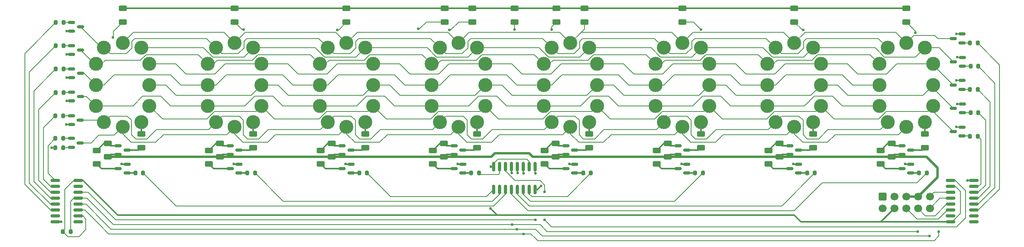
<source format=gbr>
%TF.GenerationSoftware,KiCad,Pcbnew,8.0.3*%
%TF.CreationDate,2024-06-09T23:29:49+12:00*%
%TF.ProjectId,nixie_board,6e697869-655f-4626-9f61-72642e6b6963,0.1.0*%
%TF.SameCoordinates,Original*%
%TF.FileFunction,Copper,L1,Top*%
%TF.FilePolarity,Positive*%
%FSLAX46Y46*%
G04 Gerber Fmt 4.6, Leading zero omitted, Abs format (unit mm)*
G04 Created by KiCad (PCBNEW 8.0.3) date 2024-06-09 23:29:49*
%MOMM*%
%LPD*%
G01*
G04 APERTURE LIST*
G04 Aperture macros list*
%AMRoundRect*
0 Rectangle with rounded corners*
0 $1 Rounding radius*
0 $2 $3 $4 $5 $6 $7 $8 $9 X,Y pos of 4 corners*
0 Add a 4 corners polygon primitive as box body*
4,1,4,$2,$3,$4,$5,$6,$7,$8,$9,$2,$3,0*
0 Add four circle primitives for the rounded corners*
1,1,$1+$1,$2,$3*
1,1,$1+$1,$4,$5*
1,1,$1+$1,$6,$7*
1,1,$1+$1,$8,$9*
0 Add four rect primitives between the rounded corners*
20,1,$1+$1,$2,$3,$4,$5,0*
20,1,$1+$1,$4,$5,$6,$7,0*
20,1,$1+$1,$6,$7,$8,$9,0*
20,1,$1+$1,$8,$9,$2,$3,0*%
G04 Aperture macros list end*
%TA.AperFunction,SMDPad,CuDef*%
%ADD10RoundRect,0.200000X-0.200000X-0.275000X0.200000X-0.275000X0.200000X0.275000X-0.200000X0.275000X0*%
%TD*%
%TA.AperFunction,SMDPad,CuDef*%
%ADD11RoundRect,0.200000X0.200000X0.275000X-0.200000X0.275000X-0.200000X-0.275000X0.200000X-0.275000X0*%
%TD*%
%TA.AperFunction,SMDPad,CuDef*%
%ADD12RoundRect,0.150000X-0.587500X-0.150000X0.587500X-0.150000X0.587500X0.150000X-0.587500X0.150000X0*%
%TD*%
%TA.AperFunction,SMDPad,CuDef*%
%ADD13RoundRect,0.250000X0.625000X-0.312500X0.625000X0.312500X-0.625000X0.312500X-0.625000X-0.312500X0*%
%TD*%
%TA.AperFunction,SMDPad,CuDef*%
%ADD14RoundRect,0.250000X-0.625000X0.312500X-0.625000X-0.312500X0.625000X-0.312500X0.625000X0.312500X0*%
%TD*%
%TA.AperFunction,SMDPad,CuDef*%
%ADD15RoundRect,0.150000X0.587500X0.150000X-0.587500X0.150000X-0.587500X-0.150000X0.587500X-0.150000X0*%
%TD*%
%TA.AperFunction,ComponentPad*%
%ADD16C,3.000000*%
%TD*%
%TA.AperFunction,SMDPad,CuDef*%
%ADD17RoundRect,0.150000X0.825000X0.150000X-0.825000X0.150000X-0.825000X-0.150000X0.825000X-0.150000X0*%
%TD*%
%TA.AperFunction,SMDPad,CuDef*%
%ADD18RoundRect,0.150000X0.150000X-0.825000X0.150000X0.825000X-0.150000X0.825000X-0.150000X-0.825000X0*%
%TD*%
%TA.AperFunction,SMDPad,CuDef*%
%ADD19RoundRect,0.150000X-0.825000X-0.150000X0.825000X-0.150000X0.825000X0.150000X-0.825000X0.150000X0*%
%TD*%
%TA.AperFunction,ComponentPad*%
%ADD20RoundRect,0.250000X-0.600000X0.600000X-0.600000X-0.600000X0.600000X-0.600000X0.600000X0.600000X0*%
%TD*%
%TA.AperFunction,ComponentPad*%
%ADD21C,1.700000*%
%TD*%
%TA.AperFunction,ViaPad*%
%ADD22C,0.600000*%
%TD*%
%TA.AperFunction,Conductor*%
%ADD23C,0.130000*%
%TD*%
%TA.AperFunction,Conductor*%
%ADD24C,0.300000*%
%TD*%
%TA.AperFunction,Conductor*%
%ADD25C,0.500000*%
%TD*%
G04 APERTURE END LIST*
D10*
%TO.P,R1,1*%
%TO.N,+3V3*%
X56175000Y-111500000D03*
%TO.P,R1,2*%
%TO.N,OE*%
X57825000Y-111500000D03*
%TD*%
%TO.P,R3,1*%
%TO.N,N_1*%
X54575000Y-86600000D03*
%TO.P,R3,2*%
%TO.N,/N_1_B*%
X56225000Y-86600000D03*
%TD*%
D11*
%TO.P,R32,1*%
%TO.N,A_2*%
X97387500Y-98950000D03*
%TO.P,R32,2*%
%TO.N,/Nixie_2/N_B*%
X95737500Y-98950000D03*
%TD*%
D12*
%TO.P,Q14,1,B*%
%TO.N,/Nixie_2/P_B*%
X92062500Y-93050000D03*
%TO.P,Q14,2,E*%
%TO.N,170V*%
X92062500Y-94950000D03*
%TO.P,Q14,3,C*%
%TO.N,/Nixie_2/P_C*%
X93937500Y-94000000D03*
%TD*%
D13*
%TO.P,R37,1*%
%TO.N,170V*%
X137860000Y-95462500D03*
%TO.P,R37,2*%
%TO.N,/Nixie_4/P_B*%
X137860000Y-92537500D03*
%TD*%
%TO.P,R23,1*%
%TO.N,/K_8*%
X213000000Y-66462500D03*
%TO.P,R23,2*%
%TO.N,/NIXIE_CONNECTION*%
X213000000Y-63537500D03*
%TD*%
D10*
%TO.P,R10,1*%
%TO.N,N_5*%
X54675000Y-66600000D03*
%TO.P,R10,2*%
%TO.N,/N_5_B*%
X56325000Y-66600000D03*
%TD*%
D14*
%TO.P,R50,1*%
%TO.N,/Nixie_7/P_B*%
X207490000Y-94057500D03*
%TO.P,R50,2*%
%TO.N,/Nixie_7/N_C*%
X207490000Y-96982500D03*
%TD*%
D10*
%TO.P,R9,1*%
%TO.N,N_4*%
X54675000Y-71600000D03*
%TO.P,R9,2*%
%TO.N,/N_4_B*%
X56325000Y-71600000D03*
%TD*%
D11*
%TO.P,R28,1*%
%TO.N,A_1*%
X73387500Y-98950000D03*
%TO.P,R28,2*%
%TO.N,/Nixie_1/N_B*%
X71737500Y-98950000D03*
%TD*%
D15*
%TO.P,Q15,1,B*%
%TO.N,/Nixie_2/N_B*%
X93937500Y-98950000D03*
%TO.P,Q15,2,E*%
%TO.N,GND*%
X93937500Y-97050000D03*
%TO.P,Q15,3,C*%
%TO.N,/Nixie_2/N_C*%
X92062500Y-98000000D03*
%TD*%
D13*
%TO.P,R17,1*%
%TO.N,/K_5*%
X162000000Y-66462500D03*
%TO.P,R17,2*%
%TO.N,/NIXIE_CONNECTION*%
X162000000Y-63537500D03*
%TD*%
%TO.P,R33,1*%
%TO.N,170V*%
X113860000Y-95462500D03*
%TO.P,R33,2*%
%TO.N,/Nixie_3/P_B*%
X113860000Y-92537500D03*
%TD*%
D16*
%TO.P,N1,1,Anode*%
%TO.N,/Nixie_1/NIXIE_ANODE*%
X73000000Y-88000000D03*
%TO.P,N1,2,0*%
%TO.N,/K_0*%
X74750000Y-84500000D03*
%TO.P,N1,3,9*%
%TO.N,/K_9*%
X74750000Y-80000000D03*
%TO.P,N1,4,8*%
%TO.N,/K_8*%
X74750000Y-75500000D03*
%TO.P,N1,5,7*%
%TO.N,/K_7*%
X73000000Y-72000000D03*
%TO.P,N1,6,6*%
%TO.N,/K_6*%
X69000000Y-71000000D03*
%TO.P,N1,7,5*%
%TO.N,/K_5*%
X65000000Y-72000000D03*
%TO.P,N1,8,4*%
%TO.N,/K_4*%
X63250000Y-75500000D03*
%TO.P,N1,9,3*%
%TO.N,/K_3*%
X63250000Y-80000000D03*
%TO.P,N1,10,2*%
%TO.N,/K_2*%
X63250000Y-84500000D03*
%TO.P,N1,11,1*%
%TO.N,/K_1*%
X65000000Y-88000000D03*
%TO.P,N1,12,DP*%
%TO.N,/K_10*%
X69000000Y-89000000D03*
%TD*%
D14*
%TO.P,R26,1*%
%TO.N,/Nixie_1/P_B*%
X63490000Y-94057500D03*
%TO.P,R26,2*%
%TO.N,/Nixie_1/N_C*%
X63490000Y-96982500D03*
%TD*%
D17*
%TO.P,U1,1,QB*%
%TO.N,unconnected-(U1-QB-Pad1)*%
X251475000Y-109445000D03*
%TO.P,U1,2,QC*%
%TO.N,unconnected-(U1-QC-Pad2)*%
X251475000Y-108175000D03*
%TO.P,U1,3,QD*%
%TO.N,N_6*%
X251475000Y-106905000D03*
%TO.P,U1,4,QE*%
%TO.N,N_7*%
X251475000Y-105635000D03*
%TO.P,U1,5,QF*%
%TO.N,N_8*%
X251475000Y-104365000D03*
%TO.P,U1,6,QG*%
%TO.N,N_9*%
X251475000Y-103095000D03*
%TO.P,U1,7,QH*%
%TO.N,N_0*%
X251475000Y-101825000D03*
%TO.P,U1,8,GND*%
%TO.N,GND*%
X251475000Y-100555000D03*
%TO.P,U1,9,QH'*%
%TO.N,/SER_CHAIN_1*%
X246525000Y-100555000D03*
%TO.P,U1,10,~{SRCLR}*%
%TO.N,+3V3*%
X246525000Y-101825000D03*
%TO.P,U1,11,SRCLK*%
%TO.N,CLK*%
X246525000Y-103095000D03*
%TO.P,U1,12,RCLK*%
%TO.N,LATCH*%
X246525000Y-104365000D03*
%TO.P,U1,13,~{OE}*%
%TO.N,OE*%
X246525000Y-105635000D03*
%TO.P,U1,14,SER*%
%TO.N,SER*%
X246525000Y-106905000D03*
%TO.P,U1,15,QA*%
%TO.N,unconnected-(U1-QA-Pad15)*%
X246525000Y-108175000D03*
%TO.P,U1,16,VCC*%
%TO.N,+3V3*%
X246525000Y-109445000D03*
%TD*%
D14*
%TO.P,R54,1*%
%TO.N,/Nixie_8/P_B*%
X231490000Y-94057500D03*
%TO.P,R54,2*%
%TO.N,/Nixie_8/N_C*%
X231490000Y-96982500D03*
%TD*%
D13*
%TO.P,R51,1*%
%TO.N,/Nixie_7/P_C*%
X217000000Y-93462500D03*
%TO.P,R51,2*%
%TO.N,/Nixie_7/NIXIE_ANODE*%
X217000000Y-90537500D03*
%TD*%
D12*
%TO.P,Q18,1,B*%
%TO.N,/Nixie_4/P_B*%
X140062500Y-93050000D03*
%TO.P,Q18,2,E*%
%TO.N,170V*%
X140062500Y-94950000D03*
%TO.P,Q18,3,C*%
%TO.N,/Nixie_4/P_C*%
X141937500Y-94000000D03*
%TD*%
D13*
%TO.P,R53,1*%
%TO.N,170V*%
X233860000Y-95462500D03*
%TO.P,R53,2*%
%TO.N,/Nixie_8/P_B*%
X233860000Y-92537500D03*
%TD*%
D12*
%TO.P,Q2,1,B*%
%TO.N,/N_1_B*%
X58000000Y-86600000D03*
%TO.P,Q2,2,E*%
%TO.N,GND*%
X58000000Y-88500000D03*
%TO.P,Q2,3,C*%
%TO.N,/K_1*%
X59875000Y-87550000D03*
%TD*%
%TO.P,Q11,1,B*%
%TO.N,/N_DP_B*%
X58000000Y-91500000D03*
%TO.P,Q11,2,E*%
%TO.N,/N_DP_E*%
X58000000Y-93400000D03*
%TO.P,Q11,3,C*%
%TO.N,/K_10*%
X59875000Y-92450000D03*
%TD*%
D13*
%TO.P,R21,1*%
%TO.N,/K_7*%
X189000000Y-66462500D03*
%TO.P,R21,2*%
%TO.N,/NIXIE_CONNECTION*%
X189000000Y-63537500D03*
%TD*%
D10*
%TO.P,R4,1*%
%TO.N,N_2*%
X54675000Y-81600000D03*
%TO.P,R4,2*%
%TO.N,/N_2_B*%
X56325000Y-81600000D03*
%TD*%
D13*
%TO.P,R55,1*%
%TO.N,/Nixie_8/P_C*%
X241000000Y-93462500D03*
%TO.P,R55,2*%
%TO.N,/Nixie_8/NIXIE_ANODE*%
X241000000Y-90537500D03*
%TD*%
D12*
%TO.P,Q22,1,B*%
%TO.N,/Nixie_6/P_B*%
X188062500Y-93050000D03*
%TO.P,Q22,2,E*%
%TO.N,170V*%
X188062500Y-94950000D03*
%TO.P,Q22,3,C*%
%TO.N,/Nixie_6/P_C*%
X189937500Y-94000000D03*
%TD*%
D16*
%TO.P,N8,1,Anode*%
%TO.N,/Nixie_8/NIXIE_ANODE*%
X241000000Y-88000000D03*
%TO.P,N8,2,0*%
%TO.N,/K_0*%
X242750000Y-84500000D03*
%TO.P,N8,3,9*%
%TO.N,/K_9*%
X242750000Y-80000000D03*
%TO.P,N8,4,8*%
%TO.N,/K_8*%
X242750000Y-75500000D03*
%TO.P,N8,5,7*%
%TO.N,/K_7*%
X241000000Y-72000000D03*
%TO.P,N8,6,6*%
%TO.N,/K_6*%
X237000000Y-71000000D03*
%TO.P,N8,7,5*%
%TO.N,/K_5*%
X233000000Y-72000000D03*
%TO.P,N8,8,4*%
%TO.N,/K_4*%
X231250000Y-75500000D03*
%TO.P,N8,9,3*%
%TO.N,/K_3*%
X231250000Y-80000000D03*
%TO.P,N8,10,2*%
%TO.N,/K_2*%
X231250000Y-84500000D03*
%TO.P,N8,11,1*%
%TO.N,/K_1*%
X233000000Y-88000000D03*
%TO.P,N8,12,DP*%
%TO.N,/K_10*%
X237000000Y-89000000D03*
%TD*%
%TO.P,N2,1,Anode*%
%TO.N,/Nixie_2/NIXIE_ANODE*%
X97000000Y-88000000D03*
%TO.P,N2,2,0*%
%TO.N,/K_0*%
X98750000Y-84500000D03*
%TO.P,N2,3,9*%
%TO.N,/K_9*%
X98750000Y-80000000D03*
%TO.P,N2,4,8*%
%TO.N,/K_8*%
X98750000Y-75500000D03*
%TO.P,N2,5,7*%
%TO.N,/K_7*%
X97000000Y-72000000D03*
%TO.P,N2,6,6*%
%TO.N,/K_6*%
X93000000Y-71000000D03*
%TO.P,N2,7,5*%
%TO.N,/K_5*%
X89000000Y-72000000D03*
%TO.P,N2,8,4*%
%TO.N,/K_4*%
X87250000Y-75500000D03*
%TO.P,N2,9,3*%
%TO.N,/K_3*%
X87250000Y-80000000D03*
%TO.P,N2,10,2*%
%TO.N,/K_2*%
X87250000Y-84500000D03*
%TO.P,N2,11,1*%
%TO.N,/K_1*%
X89000000Y-88000000D03*
%TO.P,N2,12,DP*%
%TO.N,/K_10*%
X93000000Y-89000000D03*
%TD*%
D13*
%TO.P,R31,1*%
%TO.N,/Nixie_2/P_C*%
X97000000Y-93462500D03*
%TO.P,R31,2*%
%TO.N,/Nixie_2/NIXIE_ANODE*%
X97000000Y-90537500D03*
%TD*%
D16*
%TO.P,N3,1,Anode*%
%TO.N,/Nixie_3/NIXIE_ANODE*%
X121000000Y-88000000D03*
%TO.P,N3,2,0*%
%TO.N,/K_0*%
X122750000Y-84500000D03*
%TO.P,N3,3,9*%
%TO.N,/K_9*%
X122750000Y-80000000D03*
%TO.P,N3,4,8*%
%TO.N,/K_8*%
X122750000Y-75500000D03*
%TO.P,N3,5,7*%
%TO.N,/K_7*%
X121000000Y-72000000D03*
%TO.P,N3,6,6*%
%TO.N,/K_6*%
X117000000Y-71000000D03*
%TO.P,N3,7,5*%
%TO.N,/K_5*%
X113000000Y-72000000D03*
%TO.P,N3,8,4*%
%TO.N,/K_4*%
X111250000Y-75500000D03*
%TO.P,N3,9,3*%
%TO.N,/K_3*%
X111250000Y-80000000D03*
%TO.P,N3,10,2*%
%TO.N,/K_2*%
X111250000Y-84500000D03*
%TO.P,N3,11,1*%
%TO.N,/K_1*%
X113000000Y-88000000D03*
%TO.P,N3,12,DP*%
%TO.N,/K_10*%
X117000000Y-89000000D03*
%TD*%
D15*
%TO.P,Q21,1,B*%
%TO.N,/Nixie_5/N_B*%
X165937500Y-98950000D03*
%TO.P,Q21,2,E*%
%TO.N,GND*%
X165937500Y-97050000D03*
%TO.P,Q21,3,C*%
%TO.N,/Nixie_5/N_C*%
X164062500Y-98000000D03*
%TD*%
D13*
%TO.P,R41,1*%
%TO.N,170V*%
X161860000Y-95462500D03*
%TO.P,R41,2*%
%TO.N,/Nixie_5/P_B*%
X161860000Y-92537500D03*
%TD*%
D16*
%TO.P,N4,1,Anode*%
%TO.N,/Nixie_4/NIXIE_ANODE*%
X145000000Y-88000000D03*
%TO.P,N4,2,0*%
%TO.N,/K_0*%
X146750000Y-84500000D03*
%TO.P,N4,3,9*%
%TO.N,/K_9*%
X146750000Y-80000000D03*
%TO.P,N4,4,8*%
%TO.N,/K_8*%
X146750000Y-75500000D03*
%TO.P,N4,5,7*%
%TO.N,/K_7*%
X145000000Y-72000000D03*
%TO.P,N4,6,6*%
%TO.N,/K_6*%
X141000000Y-71000000D03*
%TO.P,N4,7,5*%
%TO.N,/K_5*%
X137000000Y-72000000D03*
%TO.P,N4,8,4*%
%TO.N,/K_4*%
X135250000Y-75500000D03*
%TO.P,N4,9,3*%
%TO.N,/K_3*%
X135250000Y-80000000D03*
%TO.P,N4,10,2*%
%TO.N,/K_2*%
X135250000Y-84500000D03*
%TO.P,N4,11,1*%
%TO.N,/K_1*%
X137000000Y-88000000D03*
%TO.P,N4,12,DP*%
%TO.N,/K_10*%
X141000000Y-89000000D03*
%TD*%
D11*
%TO.P,R52,1*%
%TO.N,A_7*%
X217387500Y-98950000D03*
%TO.P,R52,2*%
%TO.N,/Nixie_7/N_B*%
X215737500Y-98950000D03*
%TD*%
D10*
%TO.P,R8,1*%
%TO.N,N_3*%
X54675000Y-76600000D03*
%TO.P,R8,2*%
%TO.N,/N_3_B*%
X56325000Y-76600000D03*
%TD*%
D12*
%TO.P,Q4,1,B*%
%TO.N,/N_3_B*%
X58062500Y-76550000D03*
%TO.P,Q4,2,E*%
%TO.N,GND*%
X58062500Y-78450000D03*
%TO.P,Q4,3,C*%
%TO.N,/K_3*%
X59937500Y-77500000D03*
%TD*%
D13*
%TO.P,R16,1*%
%TO.N,/K_4*%
X153000000Y-66462500D03*
%TO.P,R16,2*%
%TO.N,/NIXIE_CONNECTION*%
X153000000Y-63537500D03*
%TD*%
D15*
%TO.P,Q19,1,B*%
%TO.N,/Nixie_4/N_B*%
X141937500Y-98950000D03*
%TO.P,Q19,2,E*%
%TO.N,GND*%
X141937500Y-97050000D03*
%TO.P,Q19,3,C*%
%TO.N,/Nixie_4/N_C*%
X140062500Y-98000000D03*
%TD*%
%TO.P,Q23,1,B*%
%TO.N,/Nixie_6/N_B*%
X189937500Y-98950000D03*
%TO.P,Q23,2,E*%
%TO.N,GND*%
X189937500Y-97050000D03*
%TO.P,Q23,3,C*%
%TO.N,/Nixie_6/N_C*%
X188062500Y-98000000D03*
%TD*%
D14*
%TO.P,R38,1*%
%TO.N,/Nixie_4/P_B*%
X135490000Y-94057500D03*
%TO.P,R38,2*%
%TO.N,/Nixie_4/N_C*%
X135490000Y-96982500D03*
%TD*%
D13*
%TO.P,R18,1*%
%TO.N,/K_6*%
X168000000Y-66462500D03*
%TO.P,R18,2*%
%TO.N,/NIXIE_CONNECTION*%
X168000000Y-63537500D03*
%TD*%
D11*
%TO.P,R44,1*%
%TO.N,A_5*%
X169387500Y-98950000D03*
%TO.P,R44,2*%
%TO.N,/Nixie_5/N_B*%
X167737500Y-98950000D03*
%TD*%
D18*
%TO.P,U2,1,QB*%
%TO.N,A_3*%
X148555000Y-102475000D03*
%TO.P,U2,2,QC*%
%TO.N,A_2*%
X149825000Y-102475000D03*
%TO.P,U2,3,QD*%
%TO.N,A_1*%
X151095000Y-102475000D03*
%TO.P,U2,4,QE*%
%TO.N,A_8*%
X152365000Y-102475000D03*
%TO.P,U2,5,QF*%
%TO.N,A_7*%
X153635000Y-102475000D03*
%TO.P,U2,6,QG*%
%TO.N,A_6*%
X154905000Y-102475000D03*
%TO.P,U2,7,QH*%
%TO.N,A_5*%
X156175000Y-102475000D03*
%TO.P,U2,8,GND*%
%TO.N,GND*%
X157445000Y-102475000D03*
%TO.P,U2,9,QH'*%
%TO.N,/SER_CHAIN_2*%
X157445000Y-97525000D03*
%TO.P,U2,10,~{SRCLR}*%
%TO.N,+3V3*%
X156175000Y-97525000D03*
%TO.P,U2,11,SRCLK*%
%TO.N,CLK*%
X154905000Y-97525000D03*
%TO.P,U2,12,RCLK*%
%TO.N,LATCH*%
X153635000Y-97525000D03*
%TO.P,U2,13,~{OE}*%
%TO.N,OE*%
X152365000Y-97525000D03*
%TO.P,U2,14,SER*%
%TO.N,/SER_CHAIN_1*%
X151095000Y-97525000D03*
%TO.P,U2,15,QA*%
%TO.N,A_4*%
X149825000Y-97525000D03*
%TO.P,U2,16,VCC*%
%TO.N,+3V3*%
X148555000Y-97525000D03*
%TD*%
D13*
%TO.P,R27,1*%
%TO.N,/Nixie_1/P_C*%
X73000000Y-93462500D03*
%TO.P,R27,2*%
%TO.N,/Nixie_1/NIXIE_ANODE*%
X73000000Y-90537500D03*
%TD*%
D11*
%TO.P,R15,1*%
%TO.N,N_8*%
X252325000Y-81000000D03*
%TO.P,R15,2*%
%TO.N,/N_8_B*%
X250675000Y-81000000D03*
%TD*%
%TO.P,R2,1*%
%TO.N,N_0*%
X252325000Y-91000000D03*
%TO.P,R2,2*%
%TO.N,/N_0_B*%
X250675000Y-91000000D03*
%TD*%
D13*
%TO.P,R47,1*%
%TO.N,/Nixie_6/P_C*%
X193000000Y-93462500D03*
%TO.P,R47,2*%
%TO.N,/Nixie_6/NIXIE_ANODE*%
X193000000Y-90537500D03*
%TD*%
D15*
%TO.P,Q17,1,B*%
%TO.N,/Nixie_3/N_B*%
X117937500Y-98950000D03*
%TO.P,Q17,2,E*%
%TO.N,GND*%
X117937500Y-97050000D03*
%TO.P,Q17,3,C*%
%TO.N,/Nixie_3/N_C*%
X116062500Y-98000000D03*
%TD*%
D12*
%TO.P,Q16,1,B*%
%TO.N,/Nixie_3/P_B*%
X116062500Y-93050000D03*
%TO.P,Q16,2,E*%
%TO.N,170V*%
X116062500Y-94950000D03*
%TO.P,Q16,3,C*%
%TO.N,/Nixie_3/P_C*%
X117937500Y-94000000D03*
%TD*%
D11*
%TO.P,R13,1*%
%TO.N,N_6*%
X252325000Y-71000000D03*
%TO.P,R13,2*%
%TO.N,/N_6_B*%
X250675000Y-71000000D03*
%TD*%
D13*
%TO.P,R7,1*%
%TO.N,/K_1*%
X117000000Y-66462500D03*
%TO.P,R7,2*%
%TO.N,/NIXIE_CONNECTION*%
X117000000Y-63537500D03*
%TD*%
D11*
%TO.P,R19,1*%
%TO.N,N_9*%
X252425000Y-86000000D03*
%TO.P,R19,2*%
%TO.N,/N_9_B*%
X250775000Y-86000000D03*
%TD*%
D13*
%TO.P,R25,1*%
%TO.N,170V*%
X65860000Y-95462500D03*
%TO.P,R25,2*%
%TO.N,/Nixie_1/P_B*%
X65860000Y-92537500D03*
%TD*%
D11*
%TO.P,R40,1*%
%TO.N,A_4*%
X145387500Y-98950000D03*
%TO.P,R40,2*%
%TO.N,/Nixie_4/N_B*%
X143737500Y-98950000D03*
%TD*%
%TO.P,R36,1*%
%TO.N,A_3*%
X121387500Y-98950000D03*
%TO.P,R36,2*%
%TO.N,/Nixie_3/N_B*%
X119737500Y-98950000D03*
%TD*%
D13*
%TO.P,R49,1*%
%TO.N,170V*%
X209860000Y-95462500D03*
%TO.P,R49,2*%
%TO.N,/Nixie_7/P_B*%
X209860000Y-92537500D03*
%TD*%
D12*
%TO.P,Q26,1,B*%
%TO.N,/Nixie_8/P_B*%
X236062500Y-93050000D03*
%TO.P,Q26,2,E*%
%TO.N,170V*%
X236062500Y-94950000D03*
%TO.P,Q26,3,C*%
%TO.N,/Nixie_8/P_C*%
X237937500Y-94000000D03*
%TD*%
%TO.P,Q3,1,B*%
%TO.N,/N_2_B*%
X58062500Y-81550000D03*
%TO.P,Q3,2,E*%
%TO.N,GND*%
X58062500Y-83450000D03*
%TO.P,Q3,3,C*%
%TO.N,/K_2*%
X59937500Y-82500000D03*
%TD*%
D13*
%TO.P,R12,1*%
%TO.N,/K_3*%
X144000000Y-66462500D03*
%TO.P,R12,2*%
%TO.N,/NIXIE_CONNECTION*%
X144000000Y-63537500D03*
%TD*%
D10*
%TO.P,R20,1*%
%TO.N,N_DP*%
X54575000Y-91500000D03*
%TO.P,R20,2*%
%TO.N,/N_DP_B*%
X56225000Y-91500000D03*
%TD*%
D13*
%TO.P,R39,1*%
%TO.N,/Nixie_4/P_C*%
X145000000Y-93462500D03*
%TO.P,R39,2*%
%TO.N,/Nixie_4/NIXIE_ANODE*%
X145000000Y-90537500D03*
%TD*%
D12*
%TO.P,Q20,1,B*%
%TO.N,/Nixie_5/P_B*%
X164062500Y-93050000D03*
%TO.P,Q20,2,E*%
%TO.N,170V*%
X164062500Y-94950000D03*
%TO.P,Q20,3,C*%
%TO.N,/Nixie_5/P_C*%
X165937500Y-94000000D03*
%TD*%
D11*
%TO.P,R56,1*%
%TO.N,A_8*%
X241387500Y-98950000D03*
%TO.P,R56,2*%
%TO.N,/Nixie_8/N_B*%
X239737500Y-98950000D03*
%TD*%
D16*
%TO.P,N7,1,Anode*%
%TO.N,/Nixie_7/NIXIE_ANODE*%
X217000000Y-88000000D03*
%TO.P,N7,2,0*%
%TO.N,/K_0*%
X218750000Y-84500000D03*
%TO.P,N7,3,9*%
%TO.N,/K_9*%
X218750000Y-80000000D03*
%TO.P,N7,4,8*%
%TO.N,/K_8*%
X218750000Y-75500000D03*
%TO.P,N7,5,7*%
%TO.N,/K_7*%
X217000000Y-72000000D03*
%TO.P,N7,6,6*%
%TO.N,/K_6*%
X213000000Y-71000000D03*
%TO.P,N7,7,5*%
%TO.N,/K_5*%
X209000000Y-72000000D03*
%TO.P,N7,8,4*%
%TO.N,/K_4*%
X207250000Y-75500000D03*
%TO.P,N7,9,3*%
%TO.N,/K_3*%
X207250000Y-80000000D03*
%TO.P,N7,10,2*%
%TO.N,/K_2*%
X207250000Y-84500000D03*
%TO.P,N7,11,1*%
%TO.N,/K_1*%
X209000000Y-88000000D03*
%TO.P,N7,12,DP*%
%TO.N,/K_10*%
X213000000Y-89000000D03*
%TD*%
D15*
%TO.P,Q9,1,B*%
%TO.N,/N_8_B*%
X248937500Y-80950000D03*
%TO.P,Q9,2,E*%
%TO.N,GND*%
X248937500Y-79050000D03*
%TO.P,Q9,3,C*%
%TO.N,/K_8*%
X247062500Y-80000000D03*
%TD*%
%TO.P,Q8,1,B*%
%TO.N,/N_7_B*%
X249000000Y-76000000D03*
%TO.P,Q8,2,E*%
%TO.N,GND*%
X249000000Y-74100000D03*
%TO.P,Q8,3,C*%
%TO.N,/K_7*%
X247125000Y-75050000D03*
%TD*%
D14*
%TO.P,R30,1*%
%TO.N,/Nixie_2/P_B*%
X87490000Y-94057500D03*
%TO.P,R30,2*%
%TO.N,/Nixie_2/N_C*%
X87490000Y-96982500D03*
%TD*%
%TO.P,R34,1*%
%TO.N,/Nixie_3/P_B*%
X111490000Y-94057500D03*
%TO.P,R34,2*%
%TO.N,/Nixie_3/N_C*%
X111490000Y-96982500D03*
%TD*%
D16*
%TO.P,N5,1,Anode*%
%TO.N,/Nixie_5/NIXIE_ANODE*%
X169000000Y-88000000D03*
%TO.P,N5,2,0*%
%TO.N,/K_0*%
X170750000Y-84500000D03*
%TO.P,N5,3,9*%
%TO.N,/K_9*%
X170750000Y-80000000D03*
%TO.P,N5,4,8*%
%TO.N,/K_8*%
X170750000Y-75500000D03*
%TO.P,N5,5,7*%
%TO.N,/K_7*%
X169000000Y-72000000D03*
%TO.P,N5,6,6*%
%TO.N,/K_6*%
X165000000Y-71000000D03*
%TO.P,N5,7,5*%
%TO.N,/K_5*%
X161000000Y-72000000D03*
%TO.P,N5,8,4*%
%TO.N,/K_4*%
X159250000Y-75500000D03*
%TO.P,N5,9,3*%
%TO.N,/K_3*%
X159250000Y-80000000D03*
%TO.P,N5,10,2*%
%TO.N,/K_2*%
X159250000Y-84500000D03*
%TO.P,N5,11,1*%
%TO.N,/K_1*%
X161000000Y-88000000D03*
%TO.P,N5,12,DP*%
%TO.N,/K_10*%
X165000000Y-89000000D03*
%TD*%
D13*
%TO.P,R43,1*%
%TO.N,/Nixie_5/P_C*%
X169000000Y-93462500D03*
%TO.P,R43,2*%
%TO.N,/Nixie_5/NIXIE_ANODE*%
X169000000Y-90537500D03*
%TD*%
D12*
%TO.P,Q12,1,B*%
%TO.N,/Nixie_1/P_B*%
X68062500Y-93050000D03*
%TO.P,Q12,2,E*%
%TO.N,170V*%
X68062500Y-94950000D03*
%TO.P,Q12,3,C*%
%TO.N,/Nixie_1/P_C*%
X69937500Y-94000000D03*
%TD*%
%TO.P,Q6,1,B*%
%TO.N,/N_5_B*%
X58062500Y-66550000D03*
%TO.P,Q6,2,E*%
%TO.N,GND*%
X58062500Y-68450000D03*
%TO.P,Q6,3,C*%
%TO.N,/K_5*%
X59937500Y-67500000D03*
%TD*%
D13*
%TO.P,R35,1*%
%TO.N,/Nixie_3/P_C*%
X121000000Y-93462500D03*
%TO.P,R35,2*%
%TO.N,/Nixie_3/NIXIE_ANODE*%
X121000000Y-90537500D03*
%TD*%
D15*
%TO.P,Q25,1,B*%
%TO.N,/Nixie_7/N_B*%
X213937500Y-98950000D03*
%TO.P,Q25,2,E*%
%TO.N,GND*%
X213937500Y-97050000D03*
%TO.P,Q25,3,C*%
%TO.N,/Nixie_7/N_C*%
X212062500Y-98000000D03*
%TD*%
D11*
%TO.P,R48,1*%
%TO.N,A_6*%
X193387500Y-98950000D03*
%TO.P,R48,2*%
%TO.N,/Nixie_6/N_B*%
X191737500Y-98950000D03*
%TD*%
D15*
%TO.P,Q7,1,B*%
%TO.N,/N_6_B*%
X248937500Y-70950000D03*
%TO.P,Q7,2,E*%
%TO.N,GND*%
X248937500Y-69050000D03*
%TO.P,Q7,3,C*%
%TO.N,/K_6*%
X247062500Y-70000000D03*
%TD*%
%TO.P,Q13,1,B*%
%TO.N,/Nixie_1/N_B*%
X69937500Y-98950000D03*
%TO.P,Q13,2,E*%
%TO.N,GND*%
X69937500Y-97050000D03*
%TO.P,Q13,3,C*%
%TO.N,/Nixie_1/N_C*%
X68062500Y-98000000D03*
%TD*%
D11*
%TO.P,R22,1*%
%TO.N,/N_DP_E*%
X56225000Y-93500000D03*
%TO.P,R22,2*%
%TO.N,GND*%
X54575000Y-93500000D03*
%TD*%
D13*
%TO.P,R5,1*%
%TO.N,/K_10*%
X69000000Y-66462500D03*
%TO.P,R5,2*%
%TO.N,/NIXIE_CONNECTION*%
X69000000Y-63537500D03*
%TD*%
%TO.P,R24,1*%
%TO.N,/K_9*%
X237000000Y-66462500D03*
%TO.P,R24,2*%
%TO.N,/NIXIE_CONNECTION*%
X237000000Y-63537500D03*
%TD*%
%TO.P,R11,1*%
%TO.N,/K_2*%
X138000000Y-66462500D03*
%TO.P,R11,2*%
%TO.N,/NIXIE_CONNECTION*%
X138000000Y-63537500D03*
%TD*%
D12*
%TO.P,Q5,1,B*%
%TO.N,/N_4_B*%
X58062500Y-71550000D03*
%TO.P,Q5,2,E*%
%TO.N,GND*%
X58062500Y-73450000D03*
%TO.P,Q5,3,C*%
%TO.N,/K_4*%
X59937500Y-72500000D03*
%TD*%
D15*
%TO.P,Q10,1,B*%
%TO.N,/N_9_B*%
X249000000Y-86000000D03*
%TO.P,Q10,2,E*%
%TO.N,GND*%
X249000000Y-84100000D03*
%TO.P,Q10,3,C*%
%TO.N,/K_9*%
X247125000Y-85050000D03*
%TD*%
D13*
%TO.P,R45,1*%
%TO.N,170V*%
X185860000Y-95462500D03*
%TO.P,R45,2*%
%TO.N,/Nixie_6/P_B*%
X185860000Y-92537500D03*
%TD*%
D15*
%TO.P,Q1,1,B*%
%TO.N,/N_0_B*%
X248937500Y-90950000D03*
%TO.P,Q1,2,E*%
%TO.N,GND*%
X248937500Y-89050000D03*
%TO.P,Q1,3,C*%
%TO.N,/K_0*%
X247062500Y-90000000D03*
%TD*%
D19*
%TO.P,U3,1,QB*%
%TO.N,N_DP*%
X54525000Y-100555000D03*
%TO.P,U3,2,QC*%
%TO.N,N_1*%
X54525000Y-101825000D03*
%TO.P,U3,3,QD*%
%TO.N,N_2*%
X54525000Y-103095000D03*
%TO.P,U3,4,QE*%
%TO.N,N_3*%
X54525000Y-104365000D03*
%TO.P,U3,5,QF*%
%TO.N,N_4*%
X54525000Y-105635000D03*
%TO.P,U3,6,QG*%
%TO.N,N_5*%
X54525000Y-106905000D03*
%TO.P,U3,7,QH*%
%TO.N,unconnected-(U3-QH-Pad7)*%
X54525000Y-108175000D03*
%TO.P,U3,8,GND*%
%TO.N,GND*%
X54525000Y-109445000D03*
%TO.P,U3,9,QH'*%
%TO.N,unconnected-(U3-QH'-Pad9)*%
X59475000Y-109445000D03*
%TO.P,U3,10,~{SRCLR}*%
%TO.N,+3V3*%
X59475000Y-108175000D03*
%TO.P,U3,11,SRCLK*%
%TO.N,CLK*%
X59475000Y-106905000D03*
%TO.P,U3,12,RCLK*%
%TO.N,LATCH*%
X59475000Y-105635000D03*
%TO.P,U3,13,~{OE}*%
%TO.N,OE*%
X59475000Y-104365000D03*
%TO.P,U3,14,SER*%
%TO.N,/SER_CHAIN_2*%
X59475000Y-103095000D03*
%TO.P,U3,15,QA*%
%TO.N,unconnected-(U3-QA-Pad15)*%
X59475000Y-101825000D03*
%TO.P,U3,16,VCC*%
%TO.N,+3V3*%
X59475000Y-100555000D03*
%TD*%
D15*
%TO.P,Q27,1,B*%
%TO.N,/Nixie_8/N_B*%
X237937500Y-98950000D03*
%TO.P,Q27,2,E*%
%TO.N,GND*%
X237937500Y-97050000D03*
%TO.P,Q27,3,C*%
%TO.N,/Nixie_8/N_C*%
X236062500Y-98000000D03*
%TD*%
D13*
%TO.P,R29,1*%
%TO.N,170V*%
X89860000Y-95462500D03*
%TO.P,R29,2*%
%TO.N,/Nixie_2/P_B*%
X89860000Y-92537500D03*
%TD*%
D12*
%TO.P,Q24,1,B*%
%TO.N,/Nixie_7/P_B*%
X212062500Y-93050000D03*
%TO.P,Q24,2,E*%
%TO.N,170V*%
X212062500Y-94950000D03*
%TO.P,Q24,3,C*%
%TO.N,/Nixie_7/P_C*%
X213937500Y-94000000D03*
%TD*%
D13*
%TO.P,R6,1*%
%TO.N,/K_0*%
X93000000Y-66462500D03*
%TO.P,R6,2*%
%TO.N,/NIXIE_CONNECTION*%
X93000000Y-63537500D03*
%TD*%
D16*
%TO.P,N6,1,Anode*%
%TO.N,/Nixie_6/NIXIE_ANODE*%
X193000000Y-88000000D03*
%TO.P,N6,2,0*%
%TO.N,/K_0*%
X194750000Y-84500000D03*
%TO.P,N6,3,9*%
%TO.N,/K_9*%
X194750000Y-80000000D03*
%TO.P,N6,4,8*%
%TO.N,/K_8*%
X194750000Y-75500000D03*
%TO.P,N6,5,7*%
%TO.N,/K_7*%
X193000000Y-72000000D03*
%TO.P,N6,6,6*%
%TO.N,/K_6*%
X189000000Y-71000000D03*
%TO.P,N6,7,5*%
%TO.N,/K_5*%
X185000000Y-72000000D03*
%TO.P,N6,8,4*%
%TO.N,/K_4*%
X183250000Y-75500000D03*
%TO.P,N6,9,3*%
%TO.N,/K_3*%
X183250000Y-80000000D03*
%TO.P,N6,10,2*%
%TO.N,/K_2*%
X183250000Y-84500000D03*
%TO.P,N6,11,1*%
%TO.N,/K_1*%
X185000000Y-88000000D03*
%TO.P,N6,12,DP*%
%TO.N,/K_10*%
X189000000Y-89000000D03*
%TD*%
D14*
%TO.P,R46,1*%
%TO.N,/Nixie_6/P_B*%
X183490000Y-94057500D03*
%TO.P,R46,2*%
%TO.N,/Nixie_6/N_C*%
X183490000Y-96982500D03*
%TD*%
%TO.P,R42,1*%
%TO.N,/Nixie_5/P_B*%
X159490000Y-94057500D03*
%TO.P,R42,2*%
%TO.N,/Nixie_5/N_C*%
X159490000Y-96982500D03*
%TD*%
D11*
%TO.P,R14,1*%
%TO.N,N_7*%
X252425000Y-76000000D03*
%TO.P,R14,2*%
%TO.N,/N_7_B*%
X250775000Y-76000000D03*
%TD*%
D20*
%TO.P,J1,1,Pin_1*%
%TO.N,GND*%
X231920000Y-104000000D03*
D21*
%TO.P,J1,2,Pin_2*%
X231920000Y-106540000D03*
%TO.P,J1,3,Pin_3*%
X234460000Y-104000000D03*
%TO.P,J1,4,Pin_4*%
%TO.N,+3V3*%
X234460000Y-106540000D03*
%TO.P,J1,5,Pin_5*%
%TO.N,170V*%
X237000000Y-104000000D03*
%TO.P,J1,6,Pin_6*%
%TO.N,SER*%
X237000000Y-106540000D03*
%TO.P,J1,7,Pin_7*%
%TO.N,170V*%
X239540000Y-104000000D03*
%TO.P,J1,8,Pin_8*%
%TO.N,OE*%
X239540000Y-106540000D03*
%TO.P,J1,9,Pin_9*%
%TO.N,CLK*%
X242080000Y-104000000D03*
%TO.P,J1,10,Pin_10*%
%TO.N,LATCH*%
X242080000Y-106540000D03*
%TD*%
D22*
%TO.N,OE*%
X152400000Y-98900000D03*
X152500000Y-110000000D03*
X239500000Y-111500000D03*
%TO.N,CLK*%
X244000000Y-111500000D03*
X155000000Y-112000000D03*
X155000000Y-99000000D03*
%TO.N,LATCH*%
X153500000Y-111000000D03*
X153700000Y-98900000D03*
X242000000Y-112500000D03*
%TO.N,/K_3*%
X139020000Y-68200000D03*
%TO.N,/K_9*%
X239000000Y-68730000D03*
%TO.N,/K_7*%
X193000000Y-68060000D03*
%TO.N,/K_5*%
X161000000Y-68080000D03*
%TO.N,/K_1*%
X115030000Y-68150000D03*
%TO.N,/K_8*%
X214960000Y-68210000D03*
%TO.N,/K_10*%
X66920000Y-69770000D03*
%TO.N,/K_4*%
X153000000Y-68135000D03*
%TO.N,/K_0*%
X94950000Y-68060000D03*
%TO.N,/K_2*%
X132340000Y-67940000D03*
%TO.N,GND*%
X57000000Y-73400000D03*
X247800000Y-79000000D03*
X56900000Y-88500000D03*
X140800000Y-97000000D03*
X158700000Y-101700000D03*
X212800000Y-97000000D03*
X57000000Y-83400000D03*
X164800000Y-97000000D03*
X188800000Y-97000000D03*
X57000000Y-78400000D03*
X247800000Y-69000000D03*
X55800000Y-109400000D03*
X92800000Y-97000000D03*
X247900000Y-74000000D03*
X53800000Y-93500000D03*
X116800000Y-97000000D03*
X57000000Y-68400000D03*
X236800000Y-97000000D03*
X68800000Y-97000000D03*
X250100000Y-100500000D03*
X247800000Y-89000000D03*
X247900000Y-84100000D03*
%TO.N,+3V3*%
X147900000Y-106565000D03*
X147910000Y-97570000D03*
%TO.N,/SER_CHAIN_1*%
X159500000Y-109000000D03*
X159500000Y-103000000D03*
%TO.N,/SER_CHAIN_2*%
X157500000Y-99000000D03*
X157500000Y-109000000D03*
%TD*%
D23*
%TO.N,+3V3*%
X56175000Y-111500000D02*
X57275000Y-112600000D01*
X57275000Y-112600000D02*
X59600000Y-112600000D01*
X59600000Y-112600000D02*
X61100000Y-111100000D01*
X61100000Y-111100000D02*
X61100000Y-108825001D01*
X61100000Y-108825001D02*
X60449999Y-108175000D01*
X60449999Y-108175000D02*
X59475000Y-108175000D01*
X56175000Y-111500000D02*
X56600000Y-111075000D01*
X56600000Y-111075000D02*
X56600000Y-102455001D01*
X56600000Y-102455001D02*
X58500001Y-100555000D01*
X58500001Y-100555000D02*
X59475000Y-100555000D01*
%TO.N,OE*%
X59475000Y-104365000D02*
X58500001Y-104365000D01*
X58500001Y-104365000D02*
X57825000Y-105040001D01*
X57825000Y-105040001D02*
X57825000Y-111500000D01*
X63500000Y-106500000D02*
X67000000Y-110000000D01*
X245665000Y-105635000D02*
X246525000Y-105635000D01*
X241100000Y-108100000D02*
X243200000Y-108100000D01*
X243200000Y-108100000D02*
X245665000Y-105635000D01*
X61365000Y-104365000D02*
X63500000Y-106500000D01*
X239540000Y-106540000D02*
X241100000Y-108100000D01*
X59475000Y-104365000D02*
X61365000Y-104365000D01*
X163000000Y-111500000D02*
X239500000Y-111500000D01*
X67000000Y-110000000D02*
X70500000Y-110000000D01*
X160000000Y-111500000D02*
X163000000Y-111500000D01*
X152500000Y-110000000D02*
X158500000Y-110000000D01*
X152365000Y-98865000D02*
X152400000Y-98900000D01*
X158500000Y-110000000D02*
X160000000Y-111500000D01*
X152365000Y-97525000D02*
X152365000Y-98865000D01*
X70500000Y-110000000D02*
X152500000Y-110000000D01*
%TO.N,CLK*%
X158000000Y-113500000D02*
X163000000Y-113500000D01*
X70500000Y-112000000D02*
X155000000Y-112000000D01*
X156500000Y-112000000D02*
X157500000Y-113000000D01*
X59475000Y-106905000D02*
X60905000Y-106905000D01*
X242985000Y-103095000D02*
X246525000Y-103095000D01*
X157500000Y-113000000D02*
X158000000Y-113500000D01*
X242080000Y-104000000D02*
X242985000Y-103095000D01*
X244000000Y-112500000D02*
X244000000Y-111500000D01*
X155000000Y-99000000D02*
X154905000Y-98905000D01*
X154905000Y-98905000D02*
X154905000Y-97525000D01*
X243000000Y-113500000D02*
X244000000Y-112500000D01*
X60905000Y-106905000D02*
X64000000Y-110000000D01*
X163000000Y-113500000D02*
X243000000Y-113500000D01*
X66000000Y-112000000D02*
X70500000Y-112000000D01*
X64000000Y-110000000D02*
X66000000Y-112000000D01*
X155000000Y-112000000D02*
X156500000Y-112000000D01*
%TO.N,LATCH*%
X61135000Y-105635000D02*
X65000000Y-109500000D01*
X65000000Y-109500000D02*
X66500000Y-111000000D01*
X153500000Y-111000000D02*
X157500000Y-111000000D01*
X66500000Y-111000000D02*
X70500000Y-111000000D01*
X157500000Y-111000000D02*
X158500000Y-112000000D01*
X163000000Y-112500000D02*
X242000000Y-112500000D01*
X158500000Y-112000000D02*
X159000000Y-112500000D01*
X153635000Y-98835000D02*
X153700000Y-98900000D01*
X244255000Y-104365000D02*
X246525000Y-104365000D01*
X153635000Y-97525000D02*
X153635000Y-98835000D01*
X59475000Y-105635000D02*
X61135000Y-105635000D01*
X70500000Y-111000000D02*
X153500000Y-111000000D01*
X159000000Y-112500000D02*
X163000000Y-112500000D01*
X242080000Y-106540000D02*
X244255000Y-104365000D01*
%TO.N,SER*%
X237000000Y-106540000D02*
X239260000Y-108800000D01*
X245795000Y-106905000D02*
X246525000Y-106905000D01*
X243900000Y-108800000D02*
X245795000Y-106905000D01*
X239260000Y-108800000D02*
X243900000Y-108800000D01*
%TO.N,/K_3*%
X207250000Y-80000000D02*
X209000000Y-80000000D01*
X79300000Y-77800000D02*
X81500000Y-80000000D01*
X81500000Y-80000000D02*
X87250000Y-80000000D01*
X139200000Y-77800000D02*
X139600000Y-77800000D01*
X159250000Y-80000000D02*
X161000000Y-80000000D01*
X183250000Y-80000000D02*
X185000000Y-80000000D01*
X111250000Y-80000000D02*
X113000000Y-80000000D01*
X60750000Y-77500000D02*
X63250000Y-80000000D01*
X89000000Y-80000000D02*
X91200000Y-77800000D01*
X129500000Y-80000000D02*
X135250000Y-80000000D01*
X151300000Y-77800000D02*
X153500000Y-80000000D01*
X87250000Y-80000000D02*
X89000000Y-80000000D01*
X67600000Y-77800000D02*
X79300000Y-77800000D01*
X187200000Y-77800000D02*
X187600000Y-77800000D01*
X187600000Y-77800000D02*
X199300000Y-77800000D01*
X91600000Y-77800000D02*
X103300000Y-77800000D01*
X201500000Y-80000000D02*
X207250000Y-80000000D01*
X163200000Y-77800000D02*
X163600000Y-77800000D01*
X135250000Y-80000000D02*
X137000000Y-80000000D01*
X139340000Y-68200000D02*
X141077500Y-66462500D01*
X91200000Y-77800000D02*
X91600000Y-77800000D01*
X137000000Y-80000000D02*
X139200000Y-77800000D01*
X139020000Y-68200000D02*
X139340000Y-68200000D01*
X199300000Y-77800000D02*
X201500000Y-80000000D01*
X63250000Y-80000000D02*
X65000000Y-80000000D01*
X103300000Y-77800000D02*
X105500000Y-80000000D01*
X211200000Y-77800000D02*
X211600000Y-77800000D01*
X163600000Y-77800000D02*
X175300000Y-77800000D01*
X127300000Y-77800000D02*
X129500000Y-80000000D01*
X177500000Y-80000000D02*
X183250000Y-80000000D01*
X139600000Y-77800000D02*
X151300000Y-77800000D01*
X225500000Y-80000000D02*
X231250000Y-80000000D01*
X67200000Y-77800000D02*
X67600000Y-77800000D01*
X113000000Y-80000000D02*
X115200000Y-77800000D01*
X59937500Y-77500000D02*
X60750000Y-77500000D01*
X175300000Y-77800000D02*
X177500000Y-80000000D01*
X153500000Y-80000000D02*
X159250000Y-80000000D01*
X105500000Y-80000000D02*
X111250000Y-80000000D01*
X141077500Y-66462500D02*
X144000000Y-66462500D01*
X115600000Y-77800000D02*
X127300000Y-77800000D01*
X185000000Y-80000000D02*
X187200000Y-77800000D01*
X65000000Y-80000000D02*
X67200000Y-77800000D01*
X115200000Y-77800000D02*
X115600000Y-77800000D01*
X209000000Y-80000000D02*
X211200000Y-77800000D01*
X223300000Y-77800000D02*
X225500000Y-80000000D01*
X211600000Y-77800000D02*
X223300000Y-77800000D01*
X161000000Y-80000000D02*
X163200000Y-77800000D01*
%TO.N,/K_9*%
X200500000Y-82200000D02*
X216550000Y-82200000D01*
X152500000Y-82200000D02*
X168550000Y-82200000D01*
X80500000Y-82200000D02*
X96550000Y-82200000D01*
X198300000Y-80000000D02*
X200500000Y-82200000D01*
X104500000Y-82200000D02*
X120550000Y-82200000D01*
X239000000Y-68462500D02*
X237000000Y-66462500D01*
X240550000Y-82200000D02*
X242750000Y-80000000D01*
X247125000Y-85050000D02*
X242750000Y-80675000D01*
X144550000Y-82200000D02*
X146750000Y-80000000D01*
X168550000Y-82200000D02*
X170750000Y-80000000D01*
X170750000Y-80000000D02*
X174300000Y-80000000D01*
X120550000Y-82200000D02*
X122750000Y-80000000D01*
X194750000Y-80000000D02*
X198300000Y-80000000D01*
X126300000Y-80000000D02*
X128500000Y-82200000D01*
X122750000Y-80000000D02*
X126300000Y-80000000D01*
X216550000Y-82200000D02*
X218750000Y-80000000D01*
X128500000Y-82200000D02*
X144550000Y-82200000D01*
X192550000Y-82200000D02*
X194750000Y-80000000D01*
X150300000Y-80000000D02*
X152500000Y-82200000D01*
X224500000Y-82200000D02*
X240550000Y-82200000D01*
X102300000Y-80000000D02*
X104500000Y-82200000D01*
X146750000Y-80000000D02*
X150300000Y-80000000D01*
X98750000Y-80000000D02*
X102300000Y-80000000D01*
X74750000Y-80000000D02*
X78300000Y-80000000D01*
X239000000Y-68730000D02*
X239000000Y-68462500D01*
X78300000Y-80000000D02*
X80500000Y-82200000D01*
X242750000Y-80675000D02*
X242750000Y-80000000D01*
X222300000Y-80000000D02*
X224500000Y-82200000D01*
X174300000Y-80000000D02*
X176500000Y-82200000D01*
X96550000Y-82200000D02*
X98750000Y-80000000D01*
X218750000Y-80000000D02*
X222300000Y-80000000D01*
X176500000Y-82200000D02*
X192550000Y-82200000D01*
D24*
%TO.N,/Nixie_1/NIXIE_ANODE*%
X73000000Y-88000000D02*
X73000000Y-90537500D01*
D23*
%TO.N,/K_7*%
X232300000Y-74000000D02*
X230300000Y-72000000D01*
X184300000Y-74000000D02*
X182300000Y-72000000D01*
X193000000Y-68060000D02*
X191402500Y-66462500D01*
X239000000Y-74000000D02*
X232300000Y-74000000D01*
X110300000Y-72000000D02*
X97000000Y-72000000D01*
X112300000Y-74000000D02*
X110300000Y-72000000D01*
X244075000Y-72000000D02*
X241000000Y-72000000D01*
X145000000Y-72000000D02*
X143000000Y-74000000D01*
X215000000Y-74000000D02*
X208300000Y-74000000D01*
X206300000Y-72000000D02*
X193000000Y-72000000D01*
X193000000Y-72000000D02*
X191000000Y-74000000D01*
X97000000Y-72000000D02*
X95000000Y-74000000D01*
X217000000Y-72000000D02*
X215000000Y-74000000D01*
X119000000Y-74000000D02*
X112300000Y-74000000D01*
X191000000Y-74000000D02*
X184300000Y-74000000D01*
X134300000Y-72000000D02*
X121000000Y-72000000D01*
X230300000Y-72000000D02*
X217000000Y-72000000D01*
X136300000Y-74000000D02*
X134300000Y-72000000D01*
X169000000Y-72000000D02*
X167000000Y-74000000D01*
X208300000Y-74000000D02*
X206300000Y-72000000D01*
X191402500Y-66462500D02*
X189000000Y-66462500D01*
X121000000Y-72000000D02*
X119000000Y-74000000D01*
X182300000Y-72000000D02*
X169000000Y-72000000D01*
X86300000Y-72000000D02*
X73000000Y-72000000D01*
X143000000Y-74000000D02*
X136300000Y-74000000D01*
X95000000Y-74000000D02*
X88300000Y-74000000D01*
X241000000Y-72000000D02*
X239000000Y-74000000D01*
X160300000Y-74000000D02*
X158300000Y-72000000D01*
X167000000Y-74000000D02*
X160300000Y-74000000D01*
X88300000Y-74000000D02*
X86300000Y-72000000D01*
X247125000Y-75050000D02*
X244075000Y-72000000D01*
X158300000Y-72000000D02*
X145000000Y-72000000D01*
%TO.N,/K_5*%
X93800000Y-73300000D02*
X95000000Y-72100000D01*
X213800000Y-73300000D02*
X215000000Y-72100000D01*
X191000000Y-70600000D02*
X191600000Y-70000000D01*
X161000000Y-72000000D02*
X162300000Y-73300000D01*
X64437500Y-72000000D02*
X65000000Y-72000000D01*
X135000000Y-70000000D02*
X137000000Y-72000000D01*
X143600000Y-70000000D02*
X159000000Y-70000000D01*
X185000000Y-72000000D02*
X186300000Y-73300000D01*
X161000000Y-68080000D02*
X161000000Y-67462500D01*
X95000000Y-72100000D02*
X95000000Y-70600000D01*
X112437500Y-72000000D02*
X113000000Y-72000000D01*
X65000000Y-72000000D02*
X66300000Y-73300000D01*
X141800000Y-73300000D02*
X143000000Y-72100000D01*
X189800000Y-73300000D02*
X191000000Y-72100000D01*
X207000000Y-70000000D02*
X209000000Y-72000000D01*
X167600000Y-70000000D02*
X183000000Y-70000000D01*
X143000000Y-70600000D02*
X143600000Y-70000000D01*
X215000000Y-70600000D02*
X215600000Y-70000000D01*
X117800000Y-73300000D02*
X119000000Y-72100000D01*
X136437500Y-72000000D02*
X137000000Y-72000000D01*
X143000000Y-72100000D02*
X143000000Y-70600000D01*
X160437500Y-72000000D02*
X161000000Y-72000000D01*
X184437500Y-72000000D02*
X185000000Y-72000000D01*
X59937500Y-67500000D02*
X64437500Y-72000000D01*
X159000000Y-70000000D02*
X161000000Y-72000000D01*
X71000000Y-70600000D02*
X71600000Y-70000000D01*
X191600000Y-70000000D02*
X207000000Y-70000000D01*
X71600000Y-70000000D02*
X87000000Y-70000000D01*
X186300000Y-73300000D02*
X189800000Y-73300000D01*
X231000000Y-70000000D02*
X233000000Y-72000000D01*
X191000000Y-72100000D02*
X191000000Y-70600000D01*
X210300000Y-73300000D02*
X213800000Y-73300000D01*
X95000000Y-70600000D02*
X95600000Y-70000000D01*
X113000000Y-72000000D02*
X114300000Y-73300000D01*
X66300000Y-73300000D02*
X69800000Y-73300000D01*
X69800000Y-73300000D02*
X71000000Y-72100000D01*
X183000000Y-70000000D02*
X185000000Y-72000000D01*
X90300000Y-73300000D02*
X93800000Y-73300000D01*
X161000000Y-67462500D02*
X162000000Y-66462500D01*
X137000000Y-72000000D02*
X138300000Y-73300000D01*
X167000000Y-72100000D02*
X167000000Y-70600000D01*
X167000000Y-70600000D02*
X167600000Y-70000000D01*
X215000000Y-72100000D02*
X215000000Y-70600000D01*
X165800000Y-73300000D02*
X167000000Y-72100000D01*
X138300000Y-73300000D02*
X141800000Y-73300000D01*
X208437500Y-72000000D02*
X209000000Y-72000000D01*
X215600000Y-70000000D02*
X231000000Y-70000000D01*
X87000000Y-70000000D02*
X89000000Y-72000000D01*
X119000000Y-70600000D02*
X119600000Y-70000000D01*
X111000000Y-70000000D02*
X113000000Y-72000000D01*
X95600000Y-70000000D02*
X111000000Y-70000000D01*
X209000000Y-72000000D02*
X210300000Y-73300000D01*
X89000000Y-72000000D02*
X90300000Y-73300000D01*
X119600000Y-70000000D02*
X135000000Y-70000000D01*
X114300000Y-73300000D02*
X117800000Y-73300000D01*
X162300000Y-73300000D02*
X165800000Y-73300000D01*
X71000000Y-72100000D02*
X71000000Y-70600000D01*
X88437500Y-72000000D02*
X89000000Y-72000000D01*
X119000000Y-72100000D02*
X119000000Y-70600000D01*
%TO.N,/K_1*%
X146200000Y-91600000D02*
X148200000Y-89600000D01*
X215800000Y-91600000D02*
X218200000Y-91600000D01*
X143800000Y-91600000D02*
X146200000Y-91600000D01*
X113000000Y-88000000D02*
X114300000Y-86700000D01*
X115030000Y-68150000D02*
X115312500Y-68150000D01*
X98200000Y-91600000D02*
X100200000Y-89600000D01*
X207400000Y-89600000D02*
X209000000Y-88000000D01*
X137000000Y-88000000D02*
X138300000Y-86700000D01*
X66300000Y-86700000D02*
X70000000Y-86700000D01*
X118000000Y-86700000D02*
X118900000Y-87600000D01*
X191800000Y-91600000D02*
X194200000Y-91600000D01*
X70000000Y-86700000D02*
X70900000Y-87600000D01*
X142900000Y-87600000D02*
X142900000Y-90700000D01*
X183400000Y-89600000D02*
X185000000Y-88000000D01*
X142900000Y-90700000D02*
X143800000Y-91600000D01*
X64550000Y-87550000D02*
X65000000Y-88000000D01*
X166900000Y-90700000D02*
X167800000Y-91600000D01*
X118900000Y-90700000D02*
X119800000Y-91600000D01*
X190000000Y-86700000D02*
X190900000Y-87600000D01*
X196200000Y-89600000D02*
X207400000Y-89600000D01*
X185000000Y-88000000D02*
X186300000Y-86700000D01*
X94000000Y-86700000D02*
X94900000Y-87600000D01*
X159400000Y-89600000D02*
X161000000Y-88000000D01*
X172200000Y-89600000D02*
X183400000Y-89600000D01*
X87400000Y-89600000D02*
X89000000Y-88000000D01*
X209000000Y-88000000D02*
X210300000Y-86700000D01*
X59875000Y-87550000D02*
X64550000Y-87550000D01*
X70900000Y-90700000D02*
X71800000Y-91600000D01*
X122200000Y-91600000D02*
X124200000Y-89600000D01*
X220200000Y-89600000D02*
X231400000Y-89600000D01*
X194200000Y-91600000D02*
X196200000Y-89600000D01*
X231400000Y-89600000D02*
X233000000Y-88000000D01*
X124200000Y-89600000D02*
X135400000Y-89600000D01*
X94900000Y-90700000D02*
X95800000Y-91600000D01*
X138300000Y-86700000D02*
X142000000Y-86700000D01*
X76200000Y-89600000D02*
X87400000Y-89600000D01*
X89000000Y-88000000D02*
X90300000Y-86700000D01*
X190900000Y-87600000D02*
X190900000Y-90700000D01*
X94900000Y-87600000D02*
X94900000Y-90700000D01*
X214900000Y-90700000D02*
X215800000Y-91600000D01*
X210300000Y-86700000D02*
X214000000Y-86700000D01*
X71800000Y-91600000D02*
X74200000Y-91600000D01*
X111400000Y-89600000D02*
X113000000Y-88000000D01*
X214900000Y-87600000D02*
X214900000Y-90700000D01*
X95800000Y-91600000D02*
X98200000Y-91600000D01*
X148200000Y-89600000D02*
X159400000Y-89600000D01*
X142000000Y-86700000D02*
X142900000Y-87600000D01*
X190900000Y-90700000D02*
X191800000Y-91600000D01*
X167800000Y-91600000D02*
X170200000Y-91600000D01*
X115312500Y-68150000D02*
X117000000Y-66462500D01*
X118900000Y-87600000D02*
X118900000Y-90700000D01*
X186300000Y-86700000D02*
X190000000Y-86700000D01*
X166000000Y-86700000D02*
X166900000Y-87600000D01*
X100200000Y-89600000D02*
X111400000Y-89600000D01*
X218200000Y-91600000D02*
X220200000Y-89600000D01*
X90300000Y-86700000D02*
X94000000Y-86700000D01*
X170200000Y-91600000D02*
X172200000Y-89600000D01*
X114300000Y-86700000D02*
X118000000Y-86700000D01*
X119800000Y-91600000D02*
X122200000Y-91600000D01*
X162300000Y-86700000D02*
X166000000Y-86700000D01*
X74200000Y-91600000D02*
X76200000Y-89600000D01*
X135400000Y-89600000D02*
X137000000Y-88000000D01*
X166900000Y-87600000D02*
X166900000Y-90700000D01*
X161000000Y-88000000D02*
X162300000Y-86700000D01*
X214000000Y-86700000D02*
X214900000Y-87600000D01*
X65000000Y-88000000D02*
X66300000Y-86700000D01*
X70900000Y-87600000D02*
X70900000Y-90700000D01*
%TO.N,/K_8*%
X152400000Y-75500000D02*
X154600000Y-77700000D01*
X136800000Y-77700000D02*
X139000000Y-75500000D01*
X128400000Y-75500000D02*
X130600000Y-77700000D01*
X139000000Y-75500000D02*
X146750000Y-75500000D01*
X214747500Y-68210000D02*
X213000000Y-66462500D01*
X106600000Y-77700000D02*
X112800000Y-77700000D01*
X74750000Y-75500000D02*
X80400000Y-75500000D01*
X184800000Y-77700000D02*
X187000000Y-75500000D01*
X200400000Y-75500000D02*
X202600000Y-77700000D01*
X82600000Y-77700000D02*
X88800000Y-77700000D01*
X214960000Y-68210000D02*
X214747500Y-68210000D01*
X218750000Y-75500000D02*
X224400000Y-75500000D01*
X232800000Y-77700000D02*
X235000000Y-75500000D01*
X178600000Y-77700000D02*
X184800000Y-77700000D01*
X130600000Y-77700000D02*
X136800000Y-77700000D01*
X170750000Y-75500000D02*
X176400000Y-75500000D01*
X98750000Y-75500000D02*
X104400000Y-75500000D01*
X80400000Y-75500000D02*
X82600000Y-77700000D01*
X202600000Y-77700000D02*
X208800000Y-77700000D01*
X122750000Y-75500000D02*
X128400000Y-75500000D01*
X154600000Y-77700000D02*
X160800000Y-77700000D01*
X208800000Y-77700000D02*
X211000000Y-75500000D01*
X176400000Y-75500000D02*
X178600000Y-77700000D01*
X112800000Y-77700000D02*
X115000000Y-75500000D01*
X247062500Y-80000000D02*
X242750000Y-75687500D01*
X104400000Y-75500000D02*
X106600000Y-77700000D01*
X88800000Y-77700000D02*
X91000000Y-75500000D01*
X224400000Y-75500000D02*
X226600000Y-77700000D01*
X187000000Y-75500000D02*
X194750000Y-75500000D01*
X91000000Y-75500000D02*
X98750000Y-75500000D01*
X211000000Y-75500000D02*
X218750000Y-75500000D01*
X160800000Y-77700000D02*
X163000000Y-75500000D01*
X242750000Y-75687500D02*
X242750000Y-75500000D01*
X226600000Y-77700000D02*
X232800000Y-77700000D01*
X235000000Y-75500000D02*
X242750000Y-75500000D01*
X163000000Y-75500000D02*
X170750000Y-75500000D01*
X146750000Y-75500000D02*
X152400000Y-75500000D01*
X194750000Y-75500000D02*
X200400000Y-75500000D01*
X115000000Y-75500000D02*
X122750000Y-75500000D01*
%TO.N,/K_10*%
X69000000Y-90500000D02*
X70800000Y-92300000D01*
X93000000Y-90500000D02*
X94800000Y-92300000D01*
X116997500Y-89000000D02*
X115337500Y-90660000D01*
X70800000Y-92300000D02*
X76097500Y-92300000D01*
X188997500Y-89000000D02*
X187337500Y-90660000D01*
X139337500Y-90660000D02*
X125737500Y-90660000D01*
X63860000Y-90820000D02*
X67180000Y-90820000D01*
X165000000Y-89000000D02*
X165000000Y-90500000D01*
X187337500Y-90660000D02*
X173737500Y-90660000D01*
X66920000Y-69770000D02*
X66980000Y-69710000D01*
X117000000Y-89000000D02*
X117000000Y-90500000D01*
X118800000Y-92300000D02*
X124097500Y-92300000D01*
X93000000Y-89000000D02*
X93000000Y-90500000D01*
X190800000Y-92300000D02*
X196097500Y-92300000D01*
X237000000Y-89000000D02*
X236997500Y-89000000D01*
X213000000Y-90500000D02*
X214800000Y-92300000D01*
X59875000Y-92450000D02*
X62230000Y-92450000D01*
X221737500Y-90660000D02*
X220097500Y-92300000D01*
X66980000Y-68482500D02*
X69000000Y-66462500D01*
X149737500Y-90660000D02*
X148097500Y-92300000D01*
X117000000Y-89000000D02*
X116997500Y-89000000D01*
X165000000Y-90500000D02*
X166800000Y-92300000D01*
X69000000Y-89000000D02*
X69000000Y-90500000D01*
X189000000Y-89000000D02*
X189000000Y-90500000D01*
X141000000Y-90500000D02*
X142800000Y-92300000D01*
X67180000Y-90820000D02*
X69000000Y-89000000D01*
X125737500Y-90660000D02*
X124097500Y-92300000D01*
X236997500Y-89000000D02*
X235337500Y-90660000D01*
X94800000Y-92300000D02*
X100097500Y-92300000D01*
X211337500Y-90660000D02*
X197737500Y-90660000D01*
X189000000Y-90500000D02*
X190800000Y-92300000D01*
X235337500Y-90660000D02*
X221737500Y-90660000D01*
X197737500Y-90660000D02*
X196097500Y-92300000D01*
X212997500Y-89000000D02*
X211337500Y-90660000D01*
X93000000Y-89000000D02*
X92997500Y-89000000D01*
X101737500Y-90660000D02*
X100097500Y-92300000D01*
X213000000Y-89000000D02*
X213000000Y-90500000D01*
X163337500Y-90660000D02*
X149737500Y-90660000D01*
X92997500Y-89000000D02*
X91337500Y-90660000D01*
X140997500Y-89000000D02*
X139337500Y-90660000D01*
X117000000Y-90500000D02*
X118800000Y-92300000D01*
X173737500Y-90660000D02*
X172097500Y-92300000D01*
X141000000Y-89000000D02*
X140997500Y-89000000D01*
X141000000Y-89000000D02*
X141000000Y-90500000D01*
X164997500Y-89000000D02*
X163337500Y-90660000D01*
X214800000Y-92300000D02*
X220097500Y-92300000D01*
X213000000Y-89000000D02*
X212997500Y-89000000D01*
X62230000Y-92450000D02*
X63860000Y-90820000D01*
X91337500Y-90660000D02*
X77737500Y-90660000D01*
X77737500Y-90660000D02*
X76097500Y-92300000D01*
X165000000Y-89000000D02*
X164997500Y-89000000D01*
X166800000Y-92300000D02*
X172097500Y-92300000D01*
X142800000Y-92300000D02*
X148097500Y-92300000D01*
X115337500Y-90660000D02*
X101737500Y-90660000D01*
X189000000Y-89000000D02*
X188997500Y-89000000D01*
X66980000Y-69710000D02*
X66980000Y-68482500D01*
%TO.N,/K_6*%
X114700000Y-68700000D02*
X117000000Y-71000000D01*
X167300000Y-68700000D02*
X186700000Y-68700000D01*
X143300000Y-68700000D02*
X162700000Y-68700000D01*
X234700000Y-68700000D02*
X237000000Y-71000000D01*
X238620000Y-69380000D02*
X237000000Y-71000000D01*
X95300000Y-68700000D02*
X114700000Y-68700000D01*
X189000000Y-71000000D02*
X191300000Y-68700000D01*
X165000000Y-71000000D02*
X167300000Y-68700000D01*
X210700000Y-68700000D02*
X213000000Y-71000000D01*
X243760000Y-70000000D02*
X243140000Y-69380000D01*
X90700000Y-68700000D02*
X93000000Y-71000000D01*
X69000000Y-71000000D02*
X71300000Y-68700000D01*
X117000000Y-71000000D02*
X119300000Y-68700000D01*
X186700000Y-68700000D02*
X189000000Y-71000000D01*
X243140000Y-69380000D02*
X238620000Y-69380000D01*
X141000000Y-71000000D02*
X143300000Y-68700000D01*
X119300000Y-68700000D02*
X138700000Y-68700000D01*
X215300000Y-68700000D02*
X234700000Y-68700000D01*
X138700000Y-68700000D02*
X141000000Y-71000000D01*
X71300000Y-68700000D02*
X90700000Y-68700000D01*
X93000000Y-71000000D02*
X95300000Y-68700000D01*
X167300000Y-68700000D02*
X168000000Y-68000000D01*
X168000000Y-68000000D02*
X168000000Y-66462500D01*
X162700000Y-68700000D02*
X165000000Y-71000000D01*
X213000000Y-71000000D02*
X215300000Y-68700000D01*
X247062500Y-70000000D02*
X243760000Y-70000000D01*
X191300000Y-68700000D02*
X210700000Y-68700000D01*
%TO.N,/K_4*%
X135250000Y-75500000D02*
X136500000Y-75500000D01*
X209300000Y-74700000D02*
X216796087Y-74700000D01*
X65300000Y-74700000D02*
X72796087Y-74700000D01*
X160500000Y-75500000D02*
X161300000Y-74700000D01*
X59937500Y-72500000D02*
X62937500Y-75500000D01*
X111250000Y-75500000D02*
X112500000Y-75500000D01*
X185300000Y-74700000D02*
X192796087Y-74700000D01*
X217996087Y-73500000D02*
X229250000Y-73500000D01*
X97996087Y-73500000D02*
X109250000Y-73500000D01*
X111250000Y-75500000D02*
X112500000Y-75500000D01*
X157250000Y-73500000D02*
X159250000Y-75500000D01*
X192796087Y-74700000D02*
X193996087Y-73500000D01*
X231250000Y-75500000D02*
X232500000Y-75500000D01*
X109250000Y-73500000D02*
X111250000Y-75500000D01*
X136500000Y-75500000D02*
X137300000Y-74700000D01*
X62937500Y-75500000D02*
X63250000Y-75500000D01*
X133250000Y-73500000D02*
X135250000Y-75500000D01*
X207250000Y-75500000D02*
X208500000Y-75500000D01*
X159250000Y-75500000D02*
X160500000Y-75500000D01*
X161300000Y-74700000D02*
X168796087Y-74700000D01*
X144796087Y-74700000D02*
X145996087Y-73500000D01*
X112500000Y-75500000D02*
X113300000Y-74700000D01*
X229250000Y-73500000D02*
X231250000Y-75500000D01*
X183250000Y-75500000D02*
X184500000Y-75500000D01*
X193996087Y-73500000D02*
X205250000Y-73500000D01*
X137300000Y-74700000D02*
X144796087Y-74700000D01*
X169996087Y-73500000D02*
X181250000Y-73500000D01*
X216796087Y-74700000D02*
X217996087Y-73500000D01*
X87250000Y-75500000D02*
X88500000Y-75500000D01*
X85250000Y-73500000D02*
X87250000Y-75500000D01*
X205250000Y-73500000D02*
X207250000Y-75500000D01*
X135250000Y-75500000D02*
X136500000Y-75500000D01*
X87250000Y-75500000D02*
X88500000Y-75500000D01*
X73996087Y-73500000D02*
X85250000Y-73500000D01*
X63250000Y-75500000D02*
X64500000Y-75500000D01*
X88500000Y-75500000D02*
X89300000Y-74700000D01*
X145996087Y-73500000D02*
X157250000Y-73500000D01*
X159250000Y-75500000D02*
X160500000Y-75500000D01*
X183250000Y-75500000D02*
X184500000Y-75500000D01*
X96796087Y-74700000D02*
X97996087Y-73500000D01*
X168796087Y-74700000D02*
X169996087Y-73500000D01*
X184500000Y-75500000D02*
X185300000Y-74700000D01*
X181250000Y-73500000D02*
X183250000Y-75500000D01*
X89300000Y-74700000D02*
X96796087Y-74700000D01*
X207250000Y-75500000D02*
X208500000Y-75500000D01*
X64500000Y-75500000D02*
X65300000Y-74700000D01*
X72796087Y-74700000D02*
X73996087Y-73500000D01*
X113300000Y-74700000D02*
X120796087Y-74700000D01*
X153000000Y-68135000D02*
X153000000Y-66462500D01*
X120796087Y-74700000D02*
X121996087Y-73500000D01*
X208500000Y-75500000D02*
X209300000Y-74700000D01*
X121996087Y-73500000D02*
X133250000Y-73500000D01*
%TO.N,/K_0*%
X241550000Y-85700000D02*
X242750000Y-84500000D01*
X197550000Y-87300000D02*
X207100000Y-87300000D01*
X74750000Y-84500000D02*
X77550000Y-87300000D01*
X88700000Y-85700000D02*
X97550000Y-85700000D01*
X208700000Y-85700000D02*
X217550000Y-85700000D01*
X207100000Y-87300000D02*
X208700000Y-85700000D01*
X94597500Y-68060000D02*
X93000000Y-66462500D01*
X121550000Y-85700000D02*
X122750000Y-84500000D01*
X149550000Y-87300000D02*
X159100000Y-87300000D01*
X247062500Y-90000000D02*
X242750000Y-85687500D01*
X170750000Y-84500000D02*
X173550000Y-87300000D01*
X183100000Y-87300000D02*
X184700000Y-85700000D01*
X111100000Y-87300000D02*
X112700000Y-85700000D01*
X194750000Y-84500000D02*
X197550000Y-87300000D01*
X87100000Y-87300000D02*
X88700000Y-85700000D01*
X125550000Y-87300000D02*
X135100000Y-87300000D01*
X173550000Y-87300000D02*
X183100000Y-87300000D01*
X98750000Y-84500000D02*
X101550000Y-87300000D01*
X218750000Y-84500000D02*
X221550000Y-87300000D01*
X232700000Y-85700000D02*
X241550000Y-85700000D01*
X169550000Y-85700000D02*
X170750000Y-84500000D01*
X231100000Y-87300000D02*
X232700000Y-85700000D01*
X97550000Y-85700000D02*
X98750000Y-84500000D01*
X184700000Y-85700000D02*
X193550000Y-85700000D01*
X136700000Y-85700000D02*
X145550000Y-85700000D01*
X221550000Y-87300000D02*
X231100000Y-87300000D01*
X160700000Y-85700000D02*
X169550000Y-85700000D01*
X145550000Y-85700000D02*
X146750000Y-84500000D01*
X101550000Y-87300000D02*
X111100000Y-87300000D01*
X122750000Y-84500000D02*
X125550000Y-87300000D01*
X146750000Y-84500000D02*
X149550000Y-87300000D01*
X193550000Y-85700000D02*
X194750000Y-84500000D01*
X159100000Y-87300000D02*
X160700000Y-85700000D01*
X77550000Y-87300000D02*
X87100000Y-87300000D01*
X217550000Y-85700000D02*
X218750000Y-84500000D01*
X242750000Y-85687500D02*
X242750000Y-84500000D01*
X112700000Y-85700000D02*
X121550000Y-85700000D01*
X135100000Y-87300000D02*
X136700000Y-85700000D01*
X94950000Y-68060000D02*
X94597500Y-68060000D01*
%TO.N,/K_2*%
X97300000Y-82400000D02*
X101200000Y-82400000D01*
X193300000Y-82400000D02*
X197200000Y-82400000D01*
X197200000Y-82400000D02*
X199300000Y-84500000D01*
X199300000Y-84500000D02*
X207250000Y-84500000D01*
X175300000Y-84500000D02*
X183250000Y-84500000D01*
X103300000Y-84500000D02*
X111250000Y-84500000D01*
X151300000Y-84500000D02*
X159250000Y-84500000D01*
X132340000Y-67940000D02*
X132630000Y-67940000D01*
X191200000Y-84500000D02*
X193300000Y-82400000D01*
X207250000Y-84500000D02*
X215200000Y-84500000D01*
X135250000Y-84500000D02*
X143200000Y-84500000D01*
X145300000Y-82400000D02*
X149200000Y-82400000D01*
X125200000Y-82400000D02*
X127300000Y-84500000D01*
X111250000Y-84500000D02*
X119200000Y-84500000D01*
X215200000Y-84500000D02*
X217300000Y-82400000D01*
X87250000Y-84500000D02*
X95200000Y-84500000D01*
X59937500Y-82500000D02*
X61250000Y-82500000D01*
X169300000Y-82400000D02*
X173200000Y-82400000D01*
X95200000Y-84500000D02*
X97300000Y-82400000D01*
X79300000Y-84500000D02*
X87250000Y-84500000D01*
X73300000Y-82400000D02*
X77200000Y-82400000D01*
X119200000Y-84500000D02*
X121300000Y-82400000D01*
X132630000Y-67940000D02*
X134107500Y-66462500D01*
X183250000Y-84500000D02*
X191200000Y-84500000D01*
X127300000Y-84500000D02*
X135250000Y-84500000D01*
X149200000Y-82400000D02*
X151300000Y-84500000D01*
X63250000Y-84500000D02*
X71200000Y-84500000D01*
X159250000Y-84500000D02*
X167200000Y-84500000D01*
X223300000Y-84500000D02*
X231250000Y-84500000D01*
X61250000Y-82500000D02*
X63250000Y-84500000D01*
X143200000Y-84500000D02*
X145300000Y-82400000D01*
X221200000Y-82400000D02*
X223300000Y-84500000D01*
X173200000Y-82400000D02*
X175300000Y-84500000D01*
X77200000Y-82400000D02*
X79300000Y-84500000D01*
X121300000Y-82400000D02*
X125200000Y-82400000D01*
X217300000Y-82400000D02*
X221200000Y-82400000D01*
X134107500Y-66462500D02*
X138000000Y-66462500D01*
X71200000Y-84500000D02*
X73300000Y-82400000D01*
X167200000Y-84500000D02*
X169300000Y-82400000D01*
X101200000Y-82400000D02*
X103300000Y-84500000D01*
D24*
%TO.N,/Nixie_2/NIXIE_ANODE*%
X97000000Y-88000000D02*
X97000000Y-90537500D01*
%TO.N,/Nixie_3/NIXIE_ANODE*%
X121000000Y-88000000D02*
X121000000Y-90537500D01*
%TO.N,/Nixie_4/NIXIE_ANODE*%
X145000000Y-88000000D02*
X145000000Y-90537500D01*
%TO.N,/Nixie_5/NIXIE_ANODE*%
X169000000Y-88000000D02*
X169000000Y-90537500D01*
%TO.N,/Nixie_6/NIXIE_ANODE*%
X193000000Y-88000000D02*
X193000000Y-90537500D01*
%TO.N,/Nixie_7/NIXIE_ANODE*%
X217000000Y-88000000D02*
X217000000Y-90537500D01*
%TO.N,/Nixie_8/NIXIE_ANODE*%
X241000000Y-88000000D02*
X241000000Y-90537500D01*
D23*
%TO.N,/N_0_B*%
X248937500Y-90950000D02*
X250625000Y-90950000D01*
X250625000Y-90950000D02*
X250675000Y-91000000D01*
%TO.N,GND*%
X57050000Y-73450000D02*
X57000000Y-73400000D01*
D24*
X157925000Y-102475000D02*
X158700000Y-101700000D01*
X117937500Y-97050000D02*
X116850000Y-97050000D01*
X54525000Y-109445000D02*
X55755000Y-109445000D01*
D23*
X58062500Y-83450000D02*
X57050000Y-83450000D01*
D24*
X141937500Y-97050000D02*
X140850000Y-97050000D01*
D23*
X58062500Y-73450000D02*
X57050000Y-73450000D01*
X248937500Y-79050000D02*
X247850000Y-79050000D01*
D24*
X237937500Y-97050000D02*
X236850000Y-97050000D01*
D23*
X57050000Y-83450000D02*
X57000000Y-83400000D01*
X54575000Y-93500000D02*
X53800000Y-93500000D01*
D24*
X189937500Y-97050000D02*
X188850000Y-97050000D01*
D23*
X248937500Y-69050000D02*
X247850000Y-69050000D01*
X247850000Y-79050000D02*
X247800000Y-79000000D01*
X248000000Y-74100000D02*
X247900000Y-74000000D01*
D24*
X236850000Y-97050000D02*
X236800000Y-97000000D01*
X69937500Y-97050000D02*
X68850000Y-97050000D01*
D23*
X58062500Y-78450000D02*
X57050000Y-78450000D01*
X249000000Y-84100000D02*
X247900000Y-84100000D01*
D24*
X250155000Y-100555000D02*
X250100000Y-100500000D01*
X55755000Y-109445000D02*
X55800000Y-109400000D01*
D23*
X57050000Y-78450000D02*
X57000000Y-78400000D01*
X58000000Y-88500000D02*
X56900000Y-88500000D01*
D24*
X212850000Y-97050000D02*
X212800000Y-97000000D01*
X93937500Y-97050000D02*
X92850000Y-97050000D01*
D23*
X57050000Y-68450000D02*
X57000000Y-68400000D01*
D24*
X68850000Y-97050000D02*
X68800000Y-97000000D01*
X164850000Y-97050000D02*
X164800000Y-97000000D01*
D23*
X249000000Y-74100000D02*
X248000000Y-74100000D01*
X248937500Y-89050000D02*
X247850000Y-89050000D01*
D24*
X251475000Y-100555000D02*
X250155000Y-100555000D01*
D23*
X58062500Y-68450000D02*
X57050000Y-68450000D01*
D24*
X140850000Y-97050000D02*
X140800000Y-97000000D01*
X188850000Y-97050000D02*
X188800000Y-97000000D01*
D23*
X247850000Y-89050000D02*
X247800000Y-89000000D01*
D24*
X92850000Y-97050000D02*
X92800000Y-97000000D01*
X213937500Y-97050000D02*
X212850000Y-97050000D01*
X116850000Y-97050000D02*
X116800000Y-97000000D01*
D23*
X247850000Y-69050000D02*
X247800000Y-69000000D01*
D24*
X165937500Y-97050000D02*
X164850000Y-97050000D01*
X157445000Y-102475000D02*
X157925000Y-102475000D01*
D23*
%TO.N,/N_1_B*%
X56225000Y-86600000D02*
X58000000Y-86600000D01*
%TO.N,/N_2_B*%
X56325000Y-81600000D02*
X58012500Y-81600000D01*
X58012500Y-81600000D02*
X58062500Y-81550000D01*
%TO.N,/N_3_B*%
X58012500Y-76600000D02*
X58062500Y-76550000D01*
X56325000Y-76600000D02*
X58012500Y-76600000D01*
%TO.N,/N_4_B*%
X58012500Y-71600000D02*
X58062500Y-71550000D01*
X56325000Y-71600000D02*
X58012500Y-71600000D01*
%TO.N,/N_5_B*%
X58012500Y-66600000D02*
X58062500Y-66550000D01*
X56325000Y-66600000D02*
X58012500Y-66600000D01*
%TO.N,/N_6_B*%
X248937500Y-70950000D02*
X250625000Y-70950000D01*
X250625000Y-70950000D02*
X250675000Y-71000000D01*
%TO.N,/N_7_B*%
X249000000Y-76000000D02*
X250775000Y-76000000D01*
%TO.N,/N_8_B*%
X250625000Y-80950000D02*
X250675000Y-81000000D01*
X248937500Y-80950000D02*
X250625000Y-80950000D01*
%TO.N,/N_9_B*%
X249000000Y-86000000D02*
X250775000Y-86000000D01*
%TO.N,/N_DP_B*%
X56225000Y-91500000D02*
X58000000Y-91500000D01*
D24*
%TO.N,170V*%
X162372500Y-94950000D02*
X161860000Y-95462500D01*
X210372500Y-94950000D02*
X209860000Y-95462500D01*
X186372500Y-94950000D02*
X185860000Y-95462500D01*
D25*
X137860000Y-95462500D02*
X65860000Y-95462500D01*
D24*
X92062500Y-94950000D02*
X90372500Y-94950000D01*
X234372500Y-94950000D02*
X233860000Y-95462500D01*
D25*
X148820000Y-94640000D02*
X156130000Y-94640000D01*
D24*
X236062500Y-94950000D02*
X234372500Y-94950000D01*
D25*
X156130000Y-94640000D02*
X156952500Y-95462500D01*
D24*
X68062500Y-94950000D02*
X66372500Y-94950000D01*
D25*
X233860000Y-95462500D02*
X241332500Y-95462500D01*
D24*
X188062500Y-94950000D02*
X186372500Y-94950000D01*
D25*
X243670000Y-97800000D02*
X243670000Y-99870000D01*
X156952500Y-95462500D02*
X161860000Y-95462500D01*
X241332500Y-95462500D02*
X243670000Y-97800000D01*
D24*
X116062500Y-94950000D02*
X114372500Y-94950000D01*
X66372500Y-94950000D02*
X65860000Y-95462500D01*
X90372500Y-94950000D02*
X89860000Y-95462500D01*
X140062500Y-94950000D02*
X138372500Y-94950000D01*
D25*
X243670000Y-99870000D02*
X239540000Y-104000000D01*
D24*
X114372500Y-94950000D02*
X113860000Y-95462500D01*
X212062500Y-94950000D02*
X210372500Y-94950000D01*
X164062500Y-94950000D02*
X162372500Y-94950000D01*
D25*
X239540000Y-104000000D02*
X237000000Y-104000000D01*
X137860000Y-95462500D02*
X147997500Y-95462500D01*
X147997500Y-95462500D02*
X148820000Y-94640000D01*
D24*
X138372500Y-94950000D02*
X137860000Y-95462500D01*
D25*
X233860000Y-95462500D02*
X161860000Y-95462500D01*
D24*
%TO.N,/Nixie_1/P_B*%
X63490000Y-94057500D02*
X65010000Y-92537500D01*
X66372500Y-93050000D02*
X65860000Y-92537500D01*
X65010000Y-92537500D02*
X65860000Y-92537500D01*
X68062500Y-93050000D02*
X66372500Y-93050000D01*
%TO.N,/Nixie_1/P_C*%
X73000000Y-93462500D02*
X72462500Y-94000000D01*
X72462500Y-94000000D02*
X69937500Y-94000000D01*
%TO.N,/Nixie_1/N_C*%
X64507500Y-98000000D02*
X68062500Y-98000000D01*
X63490000Y-96982500D02*
X64507500Y-98000000D01*
%TO.N,/Nixie_1/N_B*%
X69937500Y-98950000D02*
X71737500Y-98950000D01*
%TO.N,/Nixie_2/P_B*%
X89010000Y-92537500D02*
X89860000Y-92537500D01*
X87490000Y-94057500D02*
X89010000Y-92537500D01*
X92062500Y-93050000D02*
X90372500Y-93050000D01*
X90372500Y-93050000D02*
X89860000Y-92537500D01*
%TO.N,/Nixie_2/P_C*%
X96462500Y-94000000D02*
X93937500Y-94000000D01*
X97000000Y-93462500D02*
X96462500Y-94000000D01*
%TO.N,/Nixie_2/N_B*%
X93937500Y-98950000D02*
X95737500Y-98950000D01*
%TO.N,/Nixie_2/N_C*%
X88507500Y-98000000D02*
X92062500Y-98000000D01*
X87490000Y-96982500D02*
X88507500Y-98000000D01*
%TO.N,/Nixie_3/P_C*%
X120462500Y-94000000D02*
X117937500Y-94000000D01*
X121000000Y-93462500D02*
X120462500Y-94000000D01*
%TO.N,/Nixie_3/P_B*%
X116062500Y-93050000D02*
X114372500Y-93050000D01*
X114372500Y-93050000D02*
X113860000Y-92537500D01*
X113010000Y-92537500D02*
X113860000Y-92537500D01*
X111490000Y-94057500D02*
X113010000Y-92537500D01*
%TO.N,/Nixie_3/N_C*%
X111490000Y-96982500D02*
X112507500Y-98000000D01*
X112507500Y-98000000D02*
X116062500Y-98000000D01*
%TO.N,/Nixie_3/N_B*%
X117937500Y-98950000D02*
X119737500Y-98950000D01*
%TO.N,/Nixie_4/P_B*%
X138372500Y-93050000D02*
X137860000Y-92537500D01*
X140062500Y-93050000D02*
X138372500Y-93050000D01*
X137010000Y-92537500D02*
X137860000Y-92537500D01*
X135490000Y-94057500D02*
X137010000Y-92537500D01*
%TO.N,/Nixie_4/P_C*%
X145000000Y-93462500D02*
X144462500Y-94000000D01*
X144462500Y-94000000D02*
X141937500Y-94000000D01*
%TO.N,/Nixie_4/N_B*%
X141937500Y-98950000D02*
X143737500Y-98950000D01*
%TO.N,/Nixie_4/N_C*%
X136507500Y-98000000D02*
X140062500Y-98000000D01*
X135490000Y-96982500D02*
X136507500Y-98000000D01*
%TO.N,/Nixie_5/P_B*%
X161010000Y-92537500D02*
X161860000Y-92537500D01*
X164062500Y-93050000D02*
X162372500Y-93050000D01*
X162372500Y-93050000D02*
X161860000Y-92537500D01*
X159490000Y-94057500D02*
X161010000Y-92537500D01*
%TO.N,/Nixie_5/P_C*%
X169000000Y-93462500D02*
X168462500Y-94000000D01*
X168462500Y-94000000D02*
X165937500Y-94000000D01*
%TO.N,/Nixie_5/N_B*%
X165937500Y-98950000D02*
X167737500Y-98950000D01*
%TO.N,/Nixie_5/N_C*%
X160507500Y-98000000D02*
X164062500Y-98000000D01*
X159490000Y-96982500D02*
X160507500Y-98000000D01*
%TO.N,/Nixie_6/P_B*%
X183490000Y-94057500D02*
X185010000Y-92537500D01*
X185010000Y-92537500D02*
X185860000Y-92537500D01*
X188062500Y-93050000D02*
X186372500Y-93050000D01*
X186372500Y-93050000D02*
X185860000Y-92537500D01*
%TO.N,/Nixie_6/P_C*%
X193000000Y-93462500D02*
X192462500Y-94000000D01*
X192462500Y-94000000D02*
X189937500Y-94000000D01*
%TO.N,/Nixie_6/N_C*%
X184507500Y-98000000D02*
X188062500Y-98000000D01*
X183490000Y-96982500D02*
X184507500Y-98000000D01*
%TO.N,/Nixie_6/N_B*%
X189937500Y-98950000D02*
X191737500Y-98950000D01*
%TO.N,/Nixie_7/P_C*%
X216462500Y-94000000D02*
X213937500Y-94000000D01*
X217000000Y-93462500D02*
X216462500Y-94000000D01*
%TO.N,/Nixie_7/P_B*%
X207490000Y-94057500D02*
X209010000Y-92537500D01*
X212062500Y-93050000D02*
X210372500Y-93050000D01*
X209010000Y-92537500D02*
X209860000Y-92537500D01*
X210372500Y-93050000D02*
X209860000Y-92537500D01*
%TO.N,/Nixie_7/N_C*%
X207490000Y-96982500D02*
X208507500Y-98000000D01*
X208507500Y-98000000D02*
X212062500Y-98000000D01*
%TO.N,/Nixie_7/N_B*%
X213937500Y-98950000D02*
X215737500Y-98950000D01*
%TO.N,/Nixie_8/P_B*%
X236062500Y-93050000D02*
X234372500Y-93050000D01*
X231490000Y-94057500D02*
X233010000Y-92537500D01*
X233010000Y-92537500D02*
X233860000Y-92537500D01*
X234372500Y-93050000D02*
X233860000Y-92537500D01*
%TO.N,/Nixie_8/P_C*%
X240462500Y-94000000D02*
X237937500Y-94000000D01*
X241000000Y-93462500D02*
X240462500Y-94000000D01*
%TO.N,/Nixie_8/N_C*%
X232507500Y-98000000D02*
X236062500Y-98000000D01*
X231490000Y-96982500D02*
X232507500Y-98000000D01*
%TO.N,/Nixie_8/N_B*%
X237937500Y-98950000D02*
X239737500Y-98950000D01*
D23*
%TO.N,N_0*%
X252449999Y-101825000D02*
X253000000Y-101274999D01*
X253000000Y-101274999D02*
X253000000Y-91675000D01*
X253000000Y-91675000D02*
X252325000Y-91000000D01*
X251475000Y-101825000D02*
X252449999Y-101825000D01*
%TO.N,N_1*%
X52000000Y-89175000D02*
X52000000Y-100274999D01*
X54575000Y-86600000D02*
X52000000Y-89175000D01*
X53550001Y-101825000D02*
X54525000Y-101825000D01*
X52000000Y-100274999D02*
X53550001Y-101825000D01*
%TO.N,N_2*%
X51000000Y-85275000D02*
X51000000Y-100544999D01*
X51000000Y-100544999D02*
X53550001Y-103095000D01*
X54675000Y-81600000D02*
X51000000Y-85275000D01*
X53550001Y-103095000D02*
X54525000Y-103095000D01*
%TO.N,N_3*%
X53550001Y-104365000D02*
X54525000Y-104365000D01*
X50000000Y-81275000D02*
X50000000Y-100814999D01*
X54675000Y-76600000D02*
X50000000Y-81275000D01*
X50000000Y-100814999D02*
X53550001Y-104365000D01*
%TO.N,N_4*%
X54675000Y-71600000D02*
X49000000Y-77275000D01*
X49000000Y-77275000D02*
X49000000Y-101084999D01*
X49000000Y-101084999D02*
X53550001Y-105635000D01*
X53550001Y-105635000D02*
X54525000Y-105635000D01*
%TO.N,N_5*%
X48000000Y-73275000D02*
X48000000Y-101354999D01*
X53550001Y-106905000D02*
X54525000Y-106905000D01*
X48000000Y-101354999D02*
X53550001Y-106905000D01*
X54675000Y-66600000D02*
X48000000Y-73275000D01*
%TO.N,N_6*%
X252449999Y-106905000D02*
X251475000Y-106905000D01*
X257000000Y-75675000D02*
X257000000Y-102354999D01*
X257000000Y-102354999D02*
X252449999Y-106905000D01*
X252325000Y-71000000D02*
X257000000Y-75675000D01*
%TO.N,N_7*%
X256000000Y-79575000D02*
X256000000Y-102084999D01*
X252449999Y-105635000D02*
X251475000Y-105635000D01*
X256000000Y-102084999D02*
X252449999Y-105635000D01*
X252425000Y-76000000D02*
X256000000Y-79575000D01*
%TO.N,N_8*%
X255000000Y-101814999D02*
X252449999Y-104365000D01*
X252325000Y-81000000D02*
X255000000Y-83675000D01*
X252449999Y-104365000D02*
X251475000Y-104365000D01*
X255000000Y-83675000D02*
X255000000Y-101814999D01*
%TO.N,N_9*%
X252425000Y-86000000D02*
X254000000Y-87575000D01*
X254000000Y-87575000D02*
X254000000Y-101544999D01*
X254000000Y-101544999D02*
X252449999Y-103095000D01*
X252449999Y-103095000D02*
X251475000Y-103095000D01*
%TO.N,N_DP*%
X54575000Y-91500000D02*
X53000000Y-93075000D01*
X53000000Y-99030000D02*
X54525000Y-100555000D01*
X53000000Y-93075000D02*
X53000000Y-99030000D01*
%TO.N,A_1*%
X148544999Y-106000000D02*
X151095000Y-103449999D01*
X80437500Y-106000000D02*
X148544999Y-106000000D01*
X151095000Y-103449999D02*
X151095000Y-102475000D01*
X73387500Y-98950000D02*
X80437500Y-106000000D01*
%TO.N,A_2*%
X97387500Y-98950000D02*
X103437500Y-105000000D01*
X149825000Y-103449999D02*
X149825000Y-102475000D01*
X103437500Y-105000000D02*
X148274999Y-105000000D01*
X148274999Y-105000000D02*
X149825000Y-103449999D01*
%TO.N,A_3*%
X126437500Y-104000000D02*
X147030000Y-104000000D01*
X121387500Y-98950000D02*
X126437500Y-104000000D01*
X147030000Y-104000000D02*
X148555000Y-102475000D01*
%TO.N,A_4*%
X149825000Y-98985000D02*
X149560000Y-99250000D01*
X145687500Y-99250000D02*
X145387500Y-98950000D01*
X149825000Y-97525000D02*
X149825000Y-98985000D01*
X149560000Y-99250000D02*
X145687500Y-99250000D01*
%TO.N,A_5*%
X156175000Y-103449999D02*
X156725001Y-104000000D01*
X164337500Y-104000000D02*
X169387500Y-98950000D01*
X156725001Y-104000000D02*
X164337500Y-104000000D01*
X156175000Y-102475000D02*
X156175000Y-103449999D01*
%TO.N,A_6*%
X154905000Y-102475000D02*
X154905000Y-103449999D01*
X156455001Y-105000000D02*
X187337500Y-105000000D01*
X154905000Y-103449999D02*
X156455001Y-105000000D01*
X187337500Y-105000000D02*
X193387500Y-98950000D01*
%TO.N,A_7*%
X153635000Y-102475000D02*
X153635000Y-103449999D01*
X210337500Y-106000000D02*
X217387500Y-98950000D01*
X153635000Y-103449999D02*
X156185001Y-106000000D01*
X156185001Y-106000000D02*
X210337500Y-106000000D01*
%TO.N,A_8*%
X219000000Y-101000000D02*
X213000000Y-107000000D01*
X239337500Y-101000000D02*
X219000000Y-101000000D01*
X152365000Y-103449999D02*
X155915001Y-107000000D01*
X152365000Y-102475000D02*
X152365000Y-103449999D01*
X241387500Y-98950000D02*
X239337500Y-101000000D01*
X155915001Y-107000000D02*
X213000000Y-107000000D01*
D24*
%TO.N,/NIXIE_CONNECTION*%
X69000000Y-63537500D02*
X237000000Y-63537500D01*
%TO.N,+3V3*%
X147910000Y-97570000D02*
X148510000Y-97570000D01*
X149335000Y-108000000D02*
X151600000Y-108000000D01*
D23*
X248600000Y-102925001D02*
X248600000Y-107666056D01*
X148555000Y-96845000D02*
X148555000Y-97525000D01*
X246821056Y-109445000D02*
X246525000Y-109445000D01*
D24*
X147900000Y-106565000D02*
X149335000Y-108000000D01*
X214445000Y-109445000D02*
X229300000Y-109445000D01*
D23*
X248600000Y-107666056D02*
X246821056Y-109445000D01*
D24*
X231555000Y-109445000D02*
X229300000Y-109445000D01*
X148510000Y-97570000D02*
X148555000Y-97525000D01*
D23*
X246525000Y-101825000D02*
X247499999Y-101825000D01*
D24*
X67894999Y-108000000D02*
X70000000Y-108000000D01*
X147900000Y-108000000D02*
X70000000Y-108000000D01*
D23*
X149470000Y-95930000D02*
X148555000Y-96845000D01*
D24*
X151600000Y-108000000D02*
X147900000Y-108000000D01*
D23*
X155640000Y-95930000D02*
X149470000Y-95930000D01*
X247499999Y-101825000D02*
X248600000Y-102925001D01*
D24*
X234460000Y-106540000D02*
X231555000Y-109445000D01*
X59475000Y-100555000D02*
X60449999Y-100555000D01*
X60449999Y-100555000D02*
X67894999Y-108000000D01*
D23*
X156175000Y-96465000D02*
X155640000Y-95930000D01*
D24*
X213000000Y-108000000D02*
X214445000Y-109445000D01*
D23*
X156175000Y-97525000D02*
X156175000Y-96465000D01*
D24*
X213000000Y-108000000D02*
X151600000Y-108000000D01*
X229300000Y-109445000D02*
X246525000Y-109445000D01*
D23*
%TO.N,/SER_CHAIN_1*%
X247499999Y-100555000D02*
X246525000Y-100555000D01*
X247768028Y-110500000D02*
X249700000Y-108568028D01*
X153095001Y-100500000D02*
X158500000Y-100500000D01*
X159500000Y-109000000D02*
X161000000Y-110500000D01*
X159500000Y-101500000D02*
X159500000Y-103000000D01*
X158500000Y-100500000D02*
X159500000Y-101500000D01*
X249700000Y-108568028D02*
X249700000Y-102755001D01*
X249700000Y-102755001D02*
X247499999Y-100555000D01*
X161000000Y-110500000D02*
X247768028Y-110500000D01*
X151095000Y-98499999D02*
X153095001Y-100500000D01*
%TO.N,/SER_CHAIN_2*%
X157500000Y-99000000D02*
X157445000Y-98945000D01*
X67500000Y-109000000D02*
X70500000Y-109000000D01*
X70500000Y-109000000D02*
X157500000Y-109000000D01*
X59475000Y-103095000D02*
X61595000Y-103095000D01*
X61595000Y-103095000D02*
X64000000Y-105500000D01*
X64000000Y-105500000D02*
X67500000Y-109000000D01*
X157445000Y-98945000D02*
X157445000Y-97525000D01*
%TO.N,/N_DP_E*%
X56225000Y-93500000D02*
X57900000Y-93500000D01*
X57900000Y-93500000D02*
X58000000Y-93400000D01*
%TD*%
M02*

</source>
